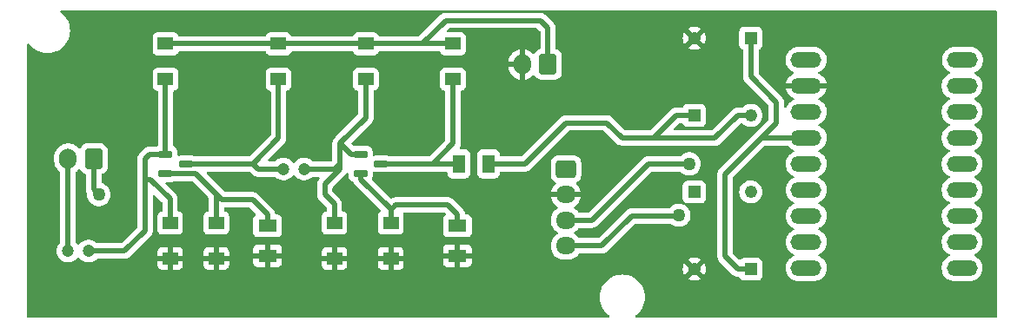
<source format=gtl>
G04 #@! TF.GenerationSoftware,KiCad,Pcbnew,8.0.9*
G04 #@! TF.CreationDate,2025-05-02T01:54:32-05:00*
G04 #@! TF.ProjectId,GSR sensor,47535220-7365-46e7-936f-722e6b696361,rev?*
G04 #@! TF.SameCoordinates,Original*
G04 #@! TF.FileFunction,Copper,L1,Top*
G04 #@! TF.FilePolarity,Positive*
%FSLAX46Y46*%
G04 Gerber Fmt 4.6, Leading zero omitted, Abs format (unit mm)*
G04 Created by KiCad (PCBNEW 8.0.9) date 2025-05-02 01:54:32*
%MOMM*%
%LPD*%
G01*
G04 APERTURE LIST*
G04 Aperture macros list*
%AMRoundRect*
0 Rectangle with rounded corners*
0 $1 Rounding radius*
0 $2 $3 $4 $5 $6 $7 $8 $9 X,Y pos of 4 corners*
0 Add a 4 corners polygon primitive as box body*
4,1,4,$2,$3,$4,$5,$6,$7,$8,$9,$2,$3,0*
0 Add four circle primitives for the rounded corners*
1,1,$1+$1,$2,$3*
1,1,$1+$1,$4,$5*
1,1,$1+$1,$6,$7*
1,1,$1+$1,$8,$9*
0 Add four rect primitives between the rounded corners*
20,1,$1+$1,$2,$3,$4,$5,0*
20,1,$1+$1,$4,$5,$6,$7,0*
20,1,$1+$1,$6,$7,$8,$9,0*
20,1,$1+$1,$8,$9,$2,$3,0*%
G04 Aperture macros list end*
G04 #@! TA.AperFunction,ComponentPad*
%ADD10C,1.238000*%
G04 #@! TD*
G04 #@! TA.AperFunction,ComponentPad*
%ADD11R,1.238000X1.238000*%
G04 #@! TD*
G04 #@! TA.AperFunction,SMDPad,CuDef*
%ADD12R,1.500000X1.250000*%
G04 #@! TD*
G04 #@! TA.AperFunction,SMDPad,CuDef*
%ADD13R,1.820000X1.210000*%
G04 #@! TD*
G04 #@! TA.AperFunction,ComponentPad*
%ADD14O,3.000000X1.520000*%
G04 #@! TD*
G04 #@! TA.AperFunction,ComponentPad*
%ADD15C,1.200000*%
G04 #@! TD*
G04 #@! TA.AperFunction,ComponentPad*
%ADD16RoundRect,0.250000X0.600000X0.750000X-0.600000X0.750000X-0.600000X-0.750000X0.600000X-0.750000X0*%
G04 #@! TD*
G04 #@! TA.AperFunction,ComponentPad*
%ADD17O,1.700000X2.000000*%
G04 #@! TD*
G04 #@! TA.AperFunction,SMDPad,CuDef*
%ADD18RoundRect,0.075000X-0.585000X-0.225000X0.585000X-0.225000X0.585000X0.225000X-0.585000X0.225000X0*%
G04 #@! TD*
G04 #@! TA.AperFunction,ComponentPad*
%ADD19RoundRect,0.250000X-0.725000X0.600000X-0.725000X-0.600000X0.725000X-0.600000X0.725000X0.600000X0*%
G04 #@! TD*
G04 #@! TA.AperFunction,ComponentPad*
%ADD20O,1.950000X1.700000*%
G04 #@! TD*
G04 #@! TA.AperFunction,SMDPad,CuDef*
%ADD21R,1.210000X1.820000*%
G04 #@! TD*
G04 #@! TA.AperFunction,ViaPad*
%ADD22C,1.270000*%
G04 #@! TD*
G04 #@! TA.AperFunction,Conductor*
%ADD23C,0.500000*%
G04 #@! TD*
G04 APERTURE END LIST*
D10*
X154000000Y-59731500D03*
D11*
X154000000Y-67268500D03*
D10*
X148500000Y-67268500D03*
D11*
X148500000Y-59731500D03*
D10*
X154000000Y-52268500D03*
D11*
X154000000Y-44731500D03*
D10*
X148500000Y-44731500D03*
D11*
X148500000Y-52268500D03*
D12*
X118938000Y-62775000D03*
X118938000Y-66225000D03*
D13*
X125438000Y-63050000D03*
X125438000Y-65950000D03*
D12*
X116500000Y-45275000D03*
X116500000Y-48725000D03*
X97438000Y-62775000D03*
X97438000Y-66225000D03*
X97000000Y-45275000D03*
X97000000Y-48725000D03*
D13*
X106938000Y-63050000D03*
X106938000Y-65950000D03*
D14*
X159381400Y-46839900D03*
X159398400Y-49379900D03*
X159398400Y-51919900D03*
X159398400Y-54459900D03*
X159398400Y-56999900D03*
X159398400Y-59539900D03*
X159398400Y-62079900D03*
X159398400Y-64619900D03*
X159398400Y-67159900D03*
X174584500Y-67159900D03*
X174584500Y-64619900D03*
X174584500Y-62079900D03*
X174584500Y-59539900D03*
X174584500Y-56999900D03*
X174584500Y-54459900D03*
X174584500Y-51919900D03*
X174584500Y-49379900D03*
X174618600Y-46839900D03*
D12*
X125000000Y-45275000D03*
X125000000Y-48725000D03*
D15*
X108500000Y-57500000D03*
X110500000Y-57500000D03*
D12*
X101938000Y-62775000D03*
X101938000Y-66225000D03*
D16*
X90000000Y-56500000D03*
D17*
X87500000Y-56500000D03*
D12*
X113438000Y-62775000D03*
X113438000Y-66225000D03*
D18*
X116000000Y-56050000D03*
X116000000Y-57950000D03*
X118000000Y-57000000D03*
X97000000Y-56050000D03*
X97000000Y-57950000D03*
X99000000Y-57000000D03*
D19*
X136000000Y-57500000D03*
D20*
X136000000Y-60000000D03*
X136000000Y-62500000D03*
X136000000Y-65000000D03*
D12*
X108000000Y-45275000D03*
X108000000Y-48725000D03*
D16*
X134250000Y-47300000D03*
D17*
X131750000Y-47300000D03*
D21*
X125550000Y-57000000D03*
X128450000Y-57000000D03*
D15*
X87500000Y-65500000D03*
X89500000Y-65500000D03*
D22*
X147000000Y-62000000D03*
X148000000Y-57000000D03*
X90500000Y-60000000D03*
D23*
X134250000Y-43750000D02*
X134250000Y-47300000D01*
X133500000Y-43000000D02*
X134250000Y-43750000D01*
X124275000Y-43000000D02*
X133500000Y-43000000D01*
X122000000Y-45275000D02*
X124275000Y-43000000D01*
X95500000Y-58500000D02*
X97438000Y-60438000D01*
X95000000Y-58500000D02*
X95500000Y-58500000D01*
X97438000Y-60438000D02*
X97438000Y-62775000D01*
X95000000Y-58500000D02*
X95000000Y-56500000D01*
X95000000Y-63500000D02*
X95000000Y-58500000D01*
X93000000Y-65500000D02*
X95000000Y-63500000D01*
X89500000Y-65500000D02*
X93000000Y-65500000D01*
X156500000Y-51000000D02*
X154000000Y-48500000D01*
X156500000Y-53000000D02*
X156500000Y-51000000D01*
X155040100Y-54459900D02*
X156500000Y-53000000D01*
X154000000Y-48500000D02*
X154000000Y-44731500D01*
X145000000Y-62079900D02*
X146920100Y-62079900D01*
X145000000Y-62079900D02*
X142420100Y-62079900D01*
X146920100Y-62079900D02*
X147000000Y-62000000D01*
X150500000Y-54500000D02*
X144580200Y-54500000D01*
X144580200Y-54500000D02*
X144540100Y-54459900D01*
X152731500Y-52268500D02*
X150500000Y-54500000D01*
X154000000Y-52268500D02*
X152731500Y-52268500D01*
X144000000Y-57000000D02*
X148000000Y-57000000D01*
X138500000Y-62500000D02*
X144000000Y-57000000D01*
X136000000Y-62500000D02*
X138500000Y-62500000D01*
X155040100Y-54459900D02*
X159398400Y-54459900D01*
X151500000Y-58000000D02*
X155040100Y-54459900D01*
X151500000Y-66000000D02*
X151500000Y-58000000D01*
X154000000Y-67268500D02*
X152768500Y-67268500D01*
X152768500Y-67268500D02*
X151500000Y-66000000D01*
X132000000Y-57000000D02*
X128450000Y-57000000D01*
X140000000Y-53000000D02*
X136000000Y-53000000D01*
X136000000Y-53000000D02*
X132000000Y-57000000D01*
X144540100Y-54459900D02*
X141459900Y-54459900D01*
X141459900Y-54459900D02*
X140000000Y-53000000D01*
X146731500Y-52268500D02*
X144540100Y-54459900D01*
X148500000Y-52268500D02*
X146731500Y-52268500D01*
X90000000Y-56500000D02*
X90000000Y-59500000D01*
X90000000Y-59500000D02*
X90500000Y-60000000D01*
X87500000Y-65500000D02*
X87500000Y-56500000D01*
X97275000Y-45275000D02*
X108000000Y-45275000D01*
X97000000Y-45000000D02*
X97275000Y-45275000D01*
X97000000Y-45275000D02*
X97000000Y-45000000D01*
X108000000Y-45275000D02*
X116500000Y-45275000D01*
X116500000Y-45275000D02*
X125000000Y-45275000D01*
X131750000Y-47300000D02*
X131700000Y-47300000D01*
X125163000Y-66225000D02*
X125438000Y-65950000D01*
X113163000Y-65950000D02*
X113438000Y-66225000D01*
X139500000Y-65000000D02*
X136000000Y-65000000D01*
X142420100Y-62079900D02*
X139500000Y-65000000D01*
X95000000Y-56500000D02*
X95450000Y-56050000D01*
X97000000Y-48725000D02*
X97000000Y-56050000D01*
X95450000Y-56050000D02*
X97000000Y-56050000D01*
X116500000Y-52500000D02*
X114000000Y-55000000D01*
X114000000Y-57500000D02*
X114000000Y-57000000D01*
X114000000Y-57000000D02*
X114000000Y-55000000D01*
X110500000Y-57500000D02*
X113500000Y-57500000D01*
X116500000Y-48725000D02*
X116500000Y-52500000D01*
X112500000Y-59000000D02*
X114000000Y-57500000D01*
X116000000Y-56050000D02*
X115050000Y-56050000D01*
X113500000Y-57500000D02*
X114000000Y-57000000D01*
X115050000Y-56050000D02*
X114000000Y-55000000D01*
X113438000Y-60938000D02*
X112500000Y-60000000D01*
X112500000Y-60000000D02*
X112500000Y-59000000D01*
X113438000Y-62775000D02*
X113438000Y-60938000D01*
X108500000Y-57500000D02*
X106000000Y-57500000D01*
X108000000Y-54500000D02*
X105500000Y-57000000D01*
X106000000Y-57500000D02*
X105500000Y-57000000D01*
X108000000Y-48725000D02*
X108000000Y-49000000D01*
X108000000Y-48725000D02*
X108000000Y-54500000D01*
X99000000Y-57000000D02*
X105500000Y-57000000D01*
X108000000Y-49000000D02*
X107922000Y-49078000D01*
X101938000Y-59938000D02*
X101938000Y-62775000D01*
X101825000Y-62775000D02*
X101938000Y-62775000D01*
X97000000Y-57950000D02*
X99950000Y-57950000D01*
X99950000Y-57950000D02*
X101938000Y-59938000D01*
X106938000Y-61938000D02*
X105500000Y-60500000D01*
X105500000Y-60500000D02*
X102500000Y-60500000D01*
X106938000Y-63050000D02*
X106938000Y-61938000D01*
X102500000Y-60500000D02*
X101938000Y-59938000D01*
X101938000Y-62775000D02*
X102213000Y-63050000D01*
X124500000Y-61000000D02*
X125438000Y-61938000D01*
X116000000Y-58500000D02*
X118938000Y-61438000D01*
X118938000Y-61438000D02*
X118938000Y-61500000D01*
X118938000Y-61500000D02*
X118938000Y-62775000D01*
X116000000Y-57950000D02*
X116000000Y-58500000D01*
X118938000Y-61500000D02*
X119438000Y-61000000D01*
X125438000Y-61938000D02*
X125438000Y-63050000D01*
X119438000Y-61000000D02*
X124500000Y-61000000D01*
X125000000Y-55000000D02*
X123000000Y-57000000D01*
X125000000Y-48725000D02*
X125000000Y-55000000D01*
X123000000Y-57000000D02*
X118000000Y-57000000D01*
X123000000Y-57000000D02*
X125550000Y-57000000D01*
G04 #@! TA.AperFunction,Conductor*
G36*
X177942539Y-42020185D02*
G01*
X177988294Y-42072989D01*
X177999500Y-42124500D01*
X177999500Y-71875500D01*
X177979815Y-71942539D01*
X177927011Y-71988294D01*
X177875500Y-71999500D01*
X142877106Y-71999500D01*
X142810067Y-71979815D01*
X142764312Y-71927011D01*
X142754368Y-71857853D01*
X142783393Y-71794297D01*
X142808215Y-71772398D01*
X142842455Y-71749519D01*
X143059327Y-71559327D01*
X143249520Y-71342454D01*
X143409778Y-71102611D01*
X143537359Y-70843902D01*
X143630081Y-70570753D01*
X143686356Y-70287839D01*
X143705222Y-70000000D01*
X143686356Y-69712161D01*
X143630081Y-69429247D01*
X143537359Y-69156098D01*
X143409778Y-68897389D01*
X143249520Y-68657546D01*
X143059327Y-68440672D01*
X142842452Y-68250478D01*
X142602613Y-68090223D01*
X142602606Y-68090219D01*
X142343905Y-67962642D01*
X142070760Y-67869921D01*
X142070754Y-67869919D01*
X142070753Y-67869919D01*
X142070751Y-67869918D01*
X142070745Y-67869917D01*
X141787849Y-67813646D01*
X141787839Y-67813644D01*
X141500000Y-67794778D01*
X141212161Y-67813644D01*
X141212155Y-67813645D01*
X141212150Y-67813646D01*
X140929254Y-67869917D01*
X140929239Y-67869921D01*
X140656094Y-67962642D01*
X140397393Y-68090219D01*
X140397386Y-68090223D01*
X140157547Y-68250478D01*
X139940672Y-68440672D01*
X139750478Y-68657547D01*
X139590223Y-68897386D01*
X139590219Y-68897393D01*
X139462642Y-69156094D01*
X139369921Y-69429239D01*
X139369917Y-69429254D01*
X139313646Y-69712150D01*
X139313644Y-69712162D01*
X139294778Y-70000000D01*
X139313644Y-70287837D01*
X139313646Y-70287849D01*
X139369917Y-70570745D01*
X139369921Y-70570760D01*
X139462642Y-70843905D01*
X139590219Y-71102606D01*
X139590223Y-71102613D01*
X139750478Y-71342452D01*
X139940672Y-71559327D01*
X140157544Y-71749519D01*
X140191785Y-71772398D01*
X140236590Y-71826010D01*
X140245297Y-71895335D01*
X140215142Y-71958363D01*
X140155699Y-71995082D01*
X140122894Y-71999500D01*
X83624500Y-71999500D01*
X83557461Y-71979815D01*
X83511706Y-71927011D01*
X83500500Y-71875500D01*
X83500500Y-66897844D01*
X96188000Y-66897844D01*
X96194401Y-66957372D01*
X96194403Y-66957379D01*
X96244645Y-67092086D01*
X96244649Y-67092093D01*
X96330809Y-67207187D01*
X96330812Y-67207190D01*
X96445906Y-67293350D01*
X96445913Y-67293354D01*
X96580620Y-67343596D01*
X96580627Y-67343598D01*
X96640155Y-67349999D01*
X96640172Y-67350000D01*
X97188000Y-67350000D01*
X97688000Y-67350000D01*
X98235828Y-67350000D01*
X98235844Y-67349999D01*
X98295372Y-67343598D01*
X98295379Y-67343596D01*
X98430086Y-67293354D01*
X98430093Y-67293350D01*
X98545187Y-67207190D01*
X98545190Y-67207187D01*
X98631350Y-67092093D01*
X98631354Y-67092086D01*
X98681596Y-66957379D01*
X98681598Y-66957372D01*
X98687999Y-66897844D01*
X100688000Y-66897844D01*
X100694401Y-66957372D01*
X100694403Y-66957379D01*
X100744645Y-67092086D01*
X100744649Y-67092093D01*
X100830809Y-67207187D01*
X100830812Y-67207190D01*
X100945906Y-67293350D01*
X100945913Y-67293354D01*
X101080620Y-67343596D01*
X101080627Y-67343598D01*
X101140155Y-67349999D01*
X101140172Y-67350000D01*
X101688000Y-67350000D01*
X102188000Y-67350000D01*
X102735828Y-67350000D01*
X102735844Y-67349999D01*
X102795372Y-67343598D01*
X102795379Y-67343596D01*
X102930086Y-67293354D01*
X102930093Y-67293350D01*
X103045187Y-67207190D01*
X103045190Y-67207187D01*
X103131350Y-67092093D01*
X103131354Y-67092086D01*
X103181596Y-66957379D01*
X103181598Y-66957372D01*
X103187999Y-66897844D01*
X103188000Y-66897827D01*
X103188000Y-66602844D01*
X105528000Y-66602844D01*
X105534401Y-66662372D01*
X105534403Y-66662379D01*
X105584645Y-66797086D01*
X105584649Y-66797093D01*
X105670809Y-66912187D01*
X105670812Y-66912190D01*
X105785906Y-66998350D01*
X105785913Y-66998354D01*
X105920620Y-67048596D01*
X105920627Y-67048598D01*
X105980155Y-67054999D01*
X105980172Y-67055000D01*
X106688000Y-67055000D01*
X107188000Y-67055000D01*
X107895828Y-67055000D01*
X107895844Y-67054999D01*
X107955372Y-67048598D01*
X107955379Y-67048596D01*
X108090086Y-66998354D01*
X108090093Y-66998350D01*
X108205187Y-66912190D01*
X108205190Y-66912187D01*
X108215927Y-66897844D01*
X112188000Y-66897844D01*
X112194401Y-66957372D01*
X112194403Y-66957379D01*
X112244645Y-67092086D01*
X112244649Y-67092093D01*
X112330809Y-67207187D01*
X112330812Y-67207190D01*
X112445906Y-67293350D01*
X112445913Y-67293354D01*
X112580620Y-67343596D01*
X112580627Y-67343598D01*
X112640155Y-67349999D01*
X112640172Y-67350000D01*
X113188000Y-67350000D01*
X113688000Y-67350000D01*
X114235828Y-67350000D01*
X114235844Y-67349999D01*
X114295372Y-67343598D01*
X114295379Y-67343596D01*
X114430086Y-67293354D01*
X114430093Y-67293350D01*
X114545187Y-67207190D01*
X114545190Y-67207187D01*
X114631350Y-67092093D01*
X114631354Y-67092086D01*
X114681596Y-66957379D01*
X114681598Y-66957372D01*
X114687999Y-66897844D01*
X117688000Y-66897844D01*
X117694401Y-66957372D01*
X117694403Y-66957379D01*
X117744645Y-67092086D01*
X117744649Y-67092093D01*
X117830809Y-67207187D01*
X117830812Y-67207190D01*
X117945906Y-67293350D01*
X117945913Y-67293354D01*
X118080620Y-67343596D01*
X118080627Y-67343598D01*
X118140155Y-67349999D01*
X118140172Y-67350000D01*
X118688000Y-67350000D01*
X119188000Y-67350000D01*
X119735828Y-67350000D01*
X119735844Y-67349999D01*
X119795372Y-67343598D01*
X119795379Y-67343596D01*
X119930086Y-67293354D01*
X119930093Y-67293350D01*
X119963289Y-67268499D01*
X147376206Y-67268499D01*
X147376206Y-67268500D01*
X147395340Y-67474992D01*
X147452094Y-67674464D01*
X147544529Y-67860098D01*
X147544532Y-67860102D01*
X147548968Y-67865976D01*
X147548970Y-67865976D01*
X148135000Y-67279946D01*
X148135000Y-67316553D01*
X148159874Y-67409385D01*
X148207927Y-67492616D01*
X148275884Y-67560573D01*
X148359115Y-67608626D01*
X148451947Y-67633500D01*
X148488553Y-67633500D01*
X147905509Y-68216541D01*
X147905510Y-68216542D01*
X147999078Y-68274477D01*
X147999084Y-68274479D01*
X148192460Y-68349393D01*
X148396311Y-68387500D01*
X148603689Y-68387500D01*
X148807538Y-68349393D01*
X148807539Y-68349393D01*
X149000917Y-68274479D01*
X149000918Y-68274478D01*
X149094489Y-68216541D01*
X148511448Y-67633500D01*
X148548053Y-67633500D01*
X148640885Y-67608626D01*
X148724116Y-67560573D01*
X148792073Y-67492616D01*
X148840126Y-67409385D01*
X148865000Y-67316553D01*
X148865000Y-67279947D01*
X149451029Y-67865976D01*
X149451030Y-67865976D01*
X149455465Y-67860106D01*
X149547905Y-67674464D01*
X149604659Y-67474992D01*
X149623794Y-67268500D01*
X149623794Y-67268499D01*
X149604659Y-67062007D01*
X149547905Y-66862535D01*
X149455467Y-66676897D01*
X149451029Y-66671022D01*
X148865000Y-67257051D01*
X148865000Y-67220447D01*
X148840126Y-67127615D01*
X148792073Y-67044384D01*
X148724116Y-66976427D01*
X148640885Y-66928374D01*
X148548053Y-66903500D01*
X148511447Y-66903500D01*
X149094489Y-66320457D01*
X149094488Y-66320456D01*
X149000921Y-66262523D01*
X149000915Y-66262520D01*
X148807539Y-66187606D01*
X148603689Y-66149500D01*
X148396311Y-66149500D01*
X148192461Y-66187606D01*
X148192460Y-66187606D01*
X147999084Y-66262520D01*
X147999081Y-66262521D01*
X147905509Y-66320457D01*
X148488554Y-66903500D01*
X148451947Y-66903500D01*
X148359115Y-66928374D01*
X148275884Y-66976427D01*
X148207927Y-67044384D01*
X148159874Y-67127615D01*
X148135000Y-67220447D01*
X148135000Y-67257052D01*
X147548969Y-66671021D01*
X147548968Y-66671021D01*
X147544533Y-66676894D01*
X147452094Y-66862535D01*
X147395340Y-67062007D01*
X147376206Y-67268499D01*
X119963289Y-67268499D01*
X120045187Y-67207190D01*
X120045190Y-67207187D01*
X120131350Y-67092093D01*
X120131354Y-67092086D01*
X120181596Y-66957379D01*
X120181598Y-66957372D01*
X120187999Y-66897844D01*
X120188000Y-66897827D01*
X120188000Y-66602844D01*
X124028000Y-66602844D01*
X124034401Y-66662372D01*
X124034403Y-66662379D01*
X124084645Y-66797086D01*
X124084649Y-66797093D01*
X124170809Y-66912187D01*
X124170812Y-66912190D01*
X124285906Y-66998350D01*
X124285913Y-66998354D01*
X124420620Y-67048596D01*
X124420627Y-67048598D01*
X124480155Y-67054999D01*
X124480172Y-67055000D01*
X125188000Y-67055000D01*
X125688000Y-67055000D01*
X126395828Y-67055000D01*
X126395844Y-67054999D01*
X126455372Y-67048598D01*
X126455379Y-67048596D01*
X126590086Y-66998354D01*
X126590093Y-66998350D01*
X126705187Y-66912190D01*
X126705190Y-66912187D01*
X126791350Y-66797093D01*
X126791354Y-66797086D01*
X126841596Y-66662379D01*
X126841598Y-66662372D01*
X126847999Y-66602844D01*
X126848000Y-66602827D01*
X126848000Y-66200000D01*
X125688000Y-66200000D01*
X125688000Y-67055000D01*
X125188000Y-67055000D01*
X125188000Y-66200000D01*
X124028000Y-66200000D01*
X124028000Y-66602844D01*
X120188000Y-66602844D01*
X120188000Y-66475000D01*
X119188000Y-66475000D01*
X119188000Y-67350000D01*
X118688000Y-67350000D01*
X118688000Y-66475000D01*
X117688000Y-66475000D01*
X117688000Y-66897844D01*
X114687999Y-66897844D01*
X114688000Y-66897827D01*
X114688000Y-66475000D01*
X113688000Y-66475000D01*
X113688000Y-67350000D01*
X113188000Y-67350000D01*
X113188000Y-66475000D01*
X112188000Y-66475000D01*
X112188000Y-66897844D01*
X108215927Y-66897844D01*
X108291350Y-66797093D01*
X108291354Y-66797086D01*
X108341596Y-66662379D01*
X108341598Y-66662372D01*
X108347999Y-66602844D01*
X108348000Y-66602827D01*
X108348000Y-66200000D01*
X107188000Y-66200000D01*
X107188000Y-67055000D01*
X106688000Y-67055000D01*
X106688000Y-66200000D01*
X105528000Y-66200000D01*
X105528000Y-66602844D01*
X103188000Y-66602844D01*
X103188000Y-66475000D01*
X102188000Y-66475000D01*
X102188000Y-67350000D01*
X101688000Y-67350000D01*
X101688000Y-66475000D01*
X100688000Y-66475000D01*
X100688000Y-66897844D01*
X98687999Y-66897844D01*
X98688000Y-66897827D01*
X98688000Y-66475000D01*
X97688000Y-66475000D01*
X97688000Y-67350000D01*
X97188000Y-67350000D01*
X97188000Y-66475000D01*
X96188000Y-66475000D01*
X96188000Y-66897844D01*
X83500500Y-66897844D01*
X83500500Y-56243713D01*
X86149500Y-56243713D01*
X86149500Y-56756287D01*
X86155462Y-56793929D01*
X86182296Y-56963355D01*
X86182754Y-56966243D01*
X86245574Y-57159583D01*
X86248444Y-57168414D01*
X86344951Y-57357820D01*
X86469890Y-57529786D01*
X86469896Y-57529792D01*
X86620208Y-57680104D01*
X86698384Y-57736902D01*
X86741051Y-57792231D01*
X86749500Y-57837220D01*
X86749500Y-64640261D01*
X86729815Y-64707300D01*
X86709040Y-64731897D01*
X86683235Y-64755421D01*
X86560327Y-64918178D01*
X86469422Y-65100739D01*
X86469417Y-65100752D01*
X86413602Y-65296917D01*
X86394785Y-65499999D01*
X86394785Y-65500000D01*
X86413602Y-65703082D01*
X86469417Y-65899247D01*
X86469422Y-65899260D01*
X86560327Y-66081821D01*
X86683237Y-66244581D01*
X86833958Y-66381980D01*
X86833960Y-66381982D01*
X86867904Y-66402999D01*
X87007363Y-66489348D01*
X87197544Y-66563024D01*
X87398024Y-66600500D01*
X87398026Y-66600500D01*
X87601974Y-66600500D01*
X87601976Y-66600500D01*
X87802456Y-66563024D01*
X87992637Y-66489348D01*
X88166041Y-66381981D01*
X88308354Y-66252246D01*
X88316762Y-66244581D01*
X88334075Y-66221656D01*
X88401046Y-66132970D01*
X88457155Y-66091335D01*
X88526867Y-66086644D01*
X88588049Y-66120386D01*
X88598951Y-66132967D01*
X88615628Y-66155051D01*
X88683237Y-66244581D01*
X88833958Y-66381980D01*
X88833960Y-66381982D01*
X88867904Y-66402999D01*
X89007363Y-66489348D01*
X89197544Y-66563024D01*
X89398024Y-66600500D01*
X89398026Y-66600500D01*
X89601974Y-66600500D01*
X89601976Y-66600500D01*
X89802456Y-66563024D01*
X89992637Y-66489348D01*
X90166041Y-66381981D01*
X90258967Y-66297268D01*
X90274769Y-66282863D01*
X90337573Y-66252246D01*
X90358307Y-66250500D01*
X93073920Y-66250500D01*
X93171462Y-66231096D01*
X93218913Y-66221658D01*
X93355495Y-66165084D01*
X93420291Y-66121789D01*
X93420294Y-66121786D01*
X93420296Y-66121786D01*
X93449547Y-66102240D01*
X93478416Y-66082952D01*
X94009213Y-65552155D01*
X96188000Y-65552155D01*
X96188000Y-65975000D01*
X97188000Y-65975000D01*
X97688000Y-65975000D01*
X98688000Y-65975000D01*
X98688000Y-65552172D01*
X98687999Y-65552155D01*
X100688000Y-65552155D01*
X100688000Y-65975000D01*
X101688000Y-65975000D01*
X102188000Y-65975000D01*
X103188000Y-65975000D01*
X103188000Y-65552172D01*
X103187999Y-65552155D01*
X103181598Y-65492627D01*
X103181596Y-65492620D01*
X103131354Y-65357913D01*
X103131350Y-65357906D01*
X103085871Y-65297155D01*
X105528000Y-65297155D01*
X105528000Y-65700000D01*
X106688000Y-65700000D01*
X107188000Y-65700000D01*
X108348000Y-65700000D01*
X108348000Y-65552155D01*
X112188000Y-65552155D01*
X112188000Y-65975000D01*
X113188000Y-65975000D01*
X113688000Y-65975000D01*
X114688000Y-65975000D01*
X114688000Y-65552172D01*
X114687999Y-65552155D01*
X117688000Y-65552155D01*
X117688000Y-65975000D01*
X118688000Y-65975000D01*
X119188000Y-65975000D01*
X120188000Y-65975000D01*
X120188000Y-65552172D01*
X120187999Y-65552155D01*
X120181598Y-65492627D01*
X120181596Y-65492620D01*
X120131354Y-65357913D01*
X120131350Y-65357906D01*
X120085871Y-65297155D01*
X124028000Y-65297155D01*
X124028000Y-65700000D01*
X125188000Y-65700000D01*
X125688000Y-65700000D01*
X126848000Y-65700000D01*
X126848000Y-65297172D01*
X126847999Y-65297155D01*
X126841598Y-65237627D01*
X126841596Y-65237620D01*
X126791354Y-65102913D01*
X126791350Y-65102906D01*
X126705190Y-64987812D01*
X126705187Y-64987809D01*
X126590093Y-64901649D01*
X126590086Y-64901645D01*
X126455379Y-64851403D01*
X126455372Y-64851401D01*
X126395844Y-64845000D01*
X125688000Y-64845000D01*
X125688000Y-65700000D01*
X125188000Y-65700000D01*
X125188000Y-64845000D01*
X124480155Y-64845000D01*
X124420627Y-64851401D01*
X124420620Y-64851403D01*
X124285913Y-64901645D01*
X124285906Y-64901649D01*
X124170812Y-64987809D01*
X124170809Y-64987812D01*
X124084649Y-65102906D01*
X124084645Y-65102913D01*
X124034403Y-65237620D01*
X124034401Y-65237627D01*
X124028000Y-65297155D01*
X120085871Y-65297155D01*
X120045190Y-65242812D01*
X120045187Y-65242809D01*
X119930093Y-65156649D01*
X119930086Y-65156645D01*
X119795379Y-65106403D01*
X119795372Y-65106401D01*
X119735844Y-65100000D01*
X119188000Y-65100000D01*
X119188000Y-65975000D01*
X118688000Y-65975000D01*
X118688000Y-65100000D01*
X118140155Y-65100000D01*
X118080627Y-65106401D01*
X118080620Y-65106403D01*
X117945913Y-65156645D01*
X117945906Y-65156649D01*
X117830812Y-65242809D01*
X117830809Y-65242812D01*
X117744649Y-65357906D01*
X117744645Y-65357913D01*
X117694403Y-65492620D01*
X117694401Y-65492627D01*
X117688000Y-65552155D01*
X114687999Y-65552155D01*
X114681598Y-65492627D01*
X114681596Y-65492620D01*
X114631354Y-65357913D01*
X114631350Y-65357906D01*
X114545190Y-65242812D01*
X114545187Y-65242809D01*
X114430093Y-65156649D01*
X114430086Y-65156645D01*
X114295379Y-65106403D01*
X114295372Y-65106401D01*
X114235844Y-65100000D01*
X113688000Y-65100000D01*
X113688000Y-65975000D01*
X113188000Y-65975000D01*
X113188000Y-65100000D01*
X112640155Y-65100000D01*
X112580627Y-65106401D01*
X112580620Y-65106403D01*
X112445913Y-65156645D01*
X112445906Y-65156649D01*
X112330812Y-65242809D01*
X112330809Y-65242812D01*
X112244649Y-65357906D01*
X112244645Y-65357913D01*
X112194403Y-65492620D01*
X112194401Y-65492627D01*
X112188000Y-65552155D01*
X108348000Y-65552155D01*
X108348000Y-65297172D01*
X108347999Y-65297155D01*
X108341598Y-65237627D01*
X108341596Y-65237620D01*
X108291354Y-65102913D01*
X108291350Y-65102906D01*
X108205190Y-64987812D01*
X108205187Y-64987809D01*
X108090093Y-64901649D01*
X108090086Y-64901645D01*
X107955379Y-64851403D01*
X107955372Y-64851401D01*
X107895844Y-64845000D01*
X107188000Y-64845000D01*
X107188000Y-65700000D01*
X106688000Y-65700000D01*
X106688000Y-64845000D01*
X105980155Y-64845000D01*
X105920627Y-64851401D01*
X105920620Y-64851403D01*
X105785913Y-64901645D01*
X105785906Y-64901649D01*
X105670812Y-64987809D01*
X105670809Y-64987812D01*
X105584649Y-65102906D01*
X105584645Y-65102913D01*
X105534403Y-65237620D01*
X105534401Y-65237627D01*
X105528000Y-65297155D01*
X103085871Y-65297155D01*
X103045190Y-65242812D01*
X103045187Y-65242809D01*
X102930093Y-65156649D01*
X102930086Y-65156645D01*
X102795379Y-65106403D01*
X102795372Y-65106401D01*
X102735844Y-65100000D01*
X102188000Y-65100000D01*
X102188000Y-65975000D01*
X101688000Y-65975000D01*
X101688000Y-65100000D01*
X101140155Y-65100000D01*
X101080627Y-65106401D01*
X101080620Y-65106403D01*
X100945913Y-65156645D01*
X100945906Y-65156649D01*
X100830812Y-65242809D01*
X100830809Y-65242812D01*
X100744649Y-65357906D01*
X100744645Y-65357913D01*
X100694403Y-65492620D01*
X100694401Y-65492627D01*
X100688000Y-65552155D01*
X98687999Y-65552155D01*
X98681598Y-65492627D01*
X98681596Y-65492620D01*
X98631354Y-65357913D01*
X98631350Y-65357906D01*
X98545190Y-65242812D01*
X98545187Y-65242809D01*
X98430093Y-65156649D01*
X98430086Y-65156645D01*
X98295379Y-65106403D01*
X98295372Y-65106401D01*
X98235844Y-65100000D01*
X97688000Y-65100000D01*
X97688000Y-65975000D01*
X97188000Y-65975000D01*
X97188000Y-65100000D01*
X96640155Y-65100000D01*
X96580627Y-65106401D01*
X96580620Y-65106403D01*
X96445913Y-65156645D01*
X96445906Y-65156649D01*
X96330812Y-65242809D01*
X96330809Y-65242812D01*
X96244649Y-65357906D01*
X96244645Y-65357913D01*
X96194403Y-65492620D01*
X96194401Y-65492627D01*
X96188000Y-65552155D01*
X94009213Y-65552155D01*
X95582951Y-63978416D01*
X95595755Y-63959254D01*
X95665084Y-63855495D01*
X95667229Y-63850318D01*
X95705656Y-63757546D01*
X95721658Y-63718913D01*
X95735429Y-63649682D01*
X95750500Y-63573920D01*
X95750500Y-60111230D01*
X95770185Y-60044191D01*
X95822989Y-59998436D01*
X95892147Y-59988492D01*
X95955703Y-60017517D01*
X95962181Y-60023549D01*
X96651181Y-60712549D01*
X96684666Y-60773872D01*
X96687500Y-60800230D01*
X96687500Y-61533023D01*
X96667815Y-61600062D01*
X96615011Y-61645817D01*
X96587865Y-61653266D01*
X96588068Y-61654124D01*
X96580520Y-61655907D01*
X96445671Y-61706202D01*
X96445664Y-61706206D01*
X96330455Y-61792452D01*
X96330452Y-61792455D01*
X96244206Y-61907664D01*
X96244202Y-61907671D01*
X96193908Y-62042517D01*
X96189077Y-62087455D01*
X96187501Y-62102123D01*
X96187500Y-62102135D01*
X96187500Y-63447870D01*
X96187501Y-63447876D01*
X96193908Y-63507483D01*
X96244202Y-63642328D01*
X96244206Y-63642335D01*
X96330452Y-63757544D01*
X96330455Y-63757547D01*
X96445664Y-63843793D01*
X96445671Y-63843797D01*
X96580517Y-63894091D01*
X96580516Y-63894091D01*
X96587444Y-63894835D01*
X96640127Y-63900500D01*
X98235872Y-63900499D01*
X98295483Y-63894091D01*
X98430331Y-63843796D01*
X98545546Y-63757546D01*
X98631796Y-63642331D01*
X98682091Y-63507483D01*
X98688500Y-63447873D01*
X98688499Y-62102128D01*
X98682091Y-62042517D01*
X98666682Y-62001204D01*
X98631797Y-61907671D01*
X98631793Y-61907664D01*
X98545547Y-61792455D01*
X98545544Y-61792452D01*
X98430335Y-61706206D01*
X98430328Y-61706202D01*
X98295482Y-61655908D01*
X98287938Y-61654126D01*
X98288474Y-61651853D01*
X98234688Y-61629571D01*
X98194843Y-61572177D01*
X98188500Y-61533024D01*
X98188500Y-60364079D01*
X98159659Y-60219092D01*
X98159658Y-60219091D01*
X98159658Y-60219087D01*
X98159586Y-60218913D01*
X98103087Y-60082511D01*
X98103085Y-60082507D01*
X98103084Y-60082505D01*
X98062378Y-60021584D01*
X98059661Y-60017517D01*
X98020956Y-59959589D01*
X98020952Y-59959584D01*
X97023549Y-58962181D01*
X96990064Y-58900858D01*
X96995048Y-58831166D01*
X97036920Y-58775233D01*
X97102384Y-58750816D01*
X97111230Y-58750500D01*
X97622713Y-58750500D01*
X97622720Y-58750500D01*
X97735236Y-58735687D01*
X97797396Y-58709938D01*
X97844849Y-58700500D01*
X99587770Y-58700500D01*
X99654809Y-58720185D01*
X99675451Y-58736819D01*
X101151181Y-60212548D01*
X101184666Y-60273871D01*
X101187500Y-60300229D01*
X101187500Y-61533023D01*
X101167815Y-61600062D01*
X101115011Y-61645817D01*
X101087865Y-61653266D01*
X101088068Y-61654124D01*
X101080520Y-61655907D01*
X100945671Y-61706202D01*
X100945664Y-61706206D01*
X100830455Y-61792452D01*
X100830452Y-61792455D01*
X100744206Y-61907664D01*
X100744202Y-61907671D01*
X100693908Y-62042517D01*
X100689077Y-62087455D01*
X100687501Y-62102123D01*
X100687500Y-62102135D01*
X100687500Y-63447870D01*
X100687501Y-63447876D01*
X100693908Y-63507483D01*
X100744202Y-63642328D01*
X100744206Y-63642335D01*
X100830452Y-63757544D01*
X100830455Y-63757547D01*
X100945664Y-63843793D01*
X100945671Y-63843797D01*
X101080517Y-63894091D01*
X101080516Y-63894091D01*
X101087444Y-63894835D01*
X101140127Y-63900500D01*
X102735872Y-63900499D01*
X102795483Y-63894091D01*
X102930331Y-63843796D01*
X103045546Y-63757546D01*
X103131796Y-63642331D01*
X103182091Y-63507483D01*
X103188500Y-63447873D01*
X103188499Y-62102128D01*
X103182091Y-62042517D01*
X103166682Y-62001204D01*
X103131797Y-61907671D01*
X103131793Y-61907664D01*
X103045547Y-61792455D01*
X103045544Y-61792452D01*
X102930335Y-61706206D01*
X102930328Y-61706202D01*
X102795482Y-61655908D01*
X102787938Y-61654126D01*
X102788474Y-61651853D01*
X102734688Y-61629571D01*
X102694843Y-61572177D01*
X102688500Y-61533024D01*
X102688500Y-61374500D01*
X102708185Y-61307461D01*
X102760989Y-61261706D01*
X102812500Y-61250500D01*
X105137770Y-61250500D01*
X105204809Y-61270185D01*
X105225451Y-61286819D01*
X105538694Y-61600062D01*
X105772646Y-61834013D01*
X105806131Y-61895336D01*
X105801147Y-61965027D01*
X105759277Y-62020960D01*
X105670452Y-62087455D01*
X105584206Y-62202664D01*
X105584202Y-62202671D01*
X105533908Y-62337517D01*
X105527867Y-62393713D01*
X105527501Y-62397123D01*
X105527500Y-62397135D01*
X105527500Y-63702870D01*
X105527501Y-63702876D01*
X105533908Y-63762483D01*
X105584202Y-63897328D01*
X105584206Y-63897335D01*
X105670452Y-64012544D01*
X105670455Y-64012547D01*
X105785664Y-64098793D01*
X105785671Y-64098797D01*
X105920517Y-64149091D01*
X105920516Y-64149091D01*
X105927444Y-64149835D01*
X105980127Y-64155500D01*
X107895872Y-64155499D01*
X107955483Y-64149091D01*
X108090331Y-64098796D01*
X108205546Y-64012546D01*
X108291796Y-63897331D01*
X108342091Y-63762483D01*
X108348500Y-63702873D01*
X108348499Y-62397128D01*
X108342091Y-62337517D01*
X108294359Y-62209542D01*
X108291797Y-62202671D01*
X108291793Y-62202664D01*
X108205547Y-62087455D01*
X108205544Y-62087452D01*
X108090335Y-62001206D01*
X108090328Y-62001202D01*
X107955482Y-61950908D01*
X107955483Y-61950908D01*
X107895883Y-61944501D01*
X107895881Y-61944500D01*
X107895873Y-61944500D01*
X107895865Y-61944500D01*
X107806260Y-61944500D01*
X107739221Y-61924815D01*
X107693466Y-61872011D01*
X107684643Y-61844691D01*
X107666470Y-61753334D01*
X107659658Y-61719087D01*
X107633489Y-61655909D01*
X107603087Y-61582511D01*
X107603080Y-61582498D01*
X107520952Y-61459585D01*
X107476180Y-61414813D01*
X107416416Y-61355049D01*
X107060464Y-60999097D01*
X105978421Y-59917052D01*
X105978414Y-59917046D01*
X105904729Y-59867812D01*
X105904729Y-59867813D01*
X105855491Y-59834913D01*
X105718917Y-59778343D01*
X105718907Y-59778340D01*
X105573920Y-59749500D01*
X105573918Y-59749500D01*
X102862230Y-59749500D01*
X102795191Y-59729815D01*
X102774549Y-59713181D01*
X102412097Y-59350728D01*
X102412074Y-59350707D01*
X101023549Y-57962181D01*
X100990064Y-57900858D01*
X100995048Y-57831166D01*
X101036920Y-57775233D01*
X101102384Y-57750816D01*
X101111230Y-57750500D01*
X105137770Y-57750500D01*
X105204809Y-57770185D01*
X105225451Y-57786819D01*
X105521578Y-58082947D01*
X105521585Y-58082953D01*
X105579704Y-58121786D01*
X105579706Y-58121787D01*
X105579709Y-58121789D01*
X105644505Y-58165084D01*
X105644506Y-58165084D01*
X105644507Y-58165085D01*
X105781082Y-58221656D01*
X105781087Y-58221658D01*
X105781091Y-58221658D01*
X105781092Y-58221659D01*
X105926079Y-58250500D01*
X105926082Y-58250500D01*
X105926083Y-58250500D01*
X106073918Y-58250500D01*
X107641693Y-58250500D01*
X107708732Y-58270185D01*
X107725231Y-58282863D01*
X107833958Y-58381980D01*
X107833960Y-58381982D01*
X107905185Y-58426082D01*
X108007363Y-58489348D01*
X108197544Y-58563024D01*
X108398024Y-58600500D01*
X108398026Y-58600500D01*
X108601974Y-58600500D01*
X108601976Y-58600500D01*
X108802456Y-58563024D01*
X108992637Y-58489348D01*
X109166041Y-58381981D01*
X109307750Y-58252796D01*
X109316762Y-58244581D01*
X109328255Y-58229363D01*
X109401046Y-58132970D01*
X109457155Y-58091335D01*
X109526867Y-58086644D01*
X109588049Y-58120386D01*
X109598951Y-58132967D01*
X109613574Y-58152331D01*
X109683237Y-58244581D01*
X109833958Y-58381980D01*
X109833960Y-58381982D01*
X109905185Y-58426082D01*
X110007363Y-58489348D01*
X110197544Y-58563024D01*
X110398024Y-58600500D01*
X110398026Y-58600500D01*
X110601974Y-58600500D01*
X110601976Y-58600500D01*
X110802456Y-58563024D01*
X110992637Y-58489348D01*
X111166041Y-58381981D01*
X111237486Y-58316850D01*
X111274769Y-58282863D01*
X111337573Y-58252246D01*
X111358307Y-58250500D01*
X111888769Y-58250500D01*
X111955808Y-58270185D01*
X112001563Y-58322989D01*
X112011507Y-58392147D01*
X111982482Y-58455703D01*
X111976450Y-58462181D01*
X111917050Y-58521580D01*
X111917044Y-58521588D01*
X111867812Y-58595268D01*
X111867813Y-58595269D01*
X111834921Y-58644496D01*
X111834914Y-58644508D01*
X111778342Y-58781086D01*
X111778340Y-58781092D01*
X111749500Y-58926079D01*
X111749500Y-58926082D01*
X111749500Y-60073918D01*
X111749500Y-60073920D01*
X111749499Y-60073920D01*
X111778340Y-60218907D01*
X111778343Y-60218917D01*
X111834914Y-60355492D01*
X111863565Y-60398371D01*
X111863566Y-60398374D01*
X111917046Y-60478414D01*
X111917052Y-60478421D01*
X112651181Y-61212548D01*
X112684666Y-61273871D01*
X112687500Y-61300229D01*
X112687500Y-61533023D01*
X112667815Y-61600062D01*
X112615011Y-61645817D01*
X112587865Y-61653266D01*
X112588068Y-61654124D01*
X112580520Y-61655907D01*
X112445671Y-61706202D01*
X112445664Y-61706206D01*
X112330455Y-61792452D01*
X112330452Y-61792455D01*
X112244206Y-61907664D01*
X112244202Y-61907671D01*
X112193908Y-62042517D01*
X112189077Y-62087455D01*
X112187501Y-62102123D01*
X112187500Y-62102135D01*
X112187500Y-63447870D01*
X112187501Y-63447876D01*
X112193908Y-63507483D01*
X112244202Y-63642328D01*
X112244206Y-63642335D01*
X112330452Y-63757544D01*
X112330455Y-63757547D01*
X112445664Y-63843793D01*
X112445671Y-63843797D01*
X112580517Y-63894091D01*
X112580516Y-63894091D01*
X112587444Y-63894835D01*
X112640127Y-63900500D01*
X114235872Y-63900499D01*
X114295483Y-63894091D01*
X114430331Y-63843796D01*
X114545546Y-63757546D01*
X114631796Y-63642331D01*
X114682091Y-63507483D01*
X114688500Y-63447873D01*
X114688499Y-62102128D01*
X114682091Y-62042517D01*
X114666682Y-62001204D01*
X114631797Y-61907671D01*
X114631793Y-61907664D01*
X114545547Y-61792455D01*
X114545544Y-61792452D01*
X114430335Y-61706206D01*
X114430328Y-61706202D01*
X114295482Y-61655908D01*
X114287938Y-61654126D01*
X114288474Y-61651853D01*
X114234688Y-61629571D01*
X114194843Y-61572177D01*
X114188500Y-61533024D01*
X114188500Y-60864079D01*
X114159659Y-60719092D01*
X114159658Y-60719091D01*
X114159658Y-60719087D01*
X114151510Y-60699415D01*
X114103087Y-60582511D01*
X114103080Y-60582498D01*
X114020952Y-60459585D01*
X113970872Y-60409505D01*
X113916416Y-60355049D01*
X113605558Y-60044191D01*
X113286819Y-59725451D01*
X113253334Y-59664128D01*
X113250500Y-59637770D01*
X113250500Y-59362229D01*
X113270185Y-59295190D01*
X113286819Y-59274548D01*
X114582948Y-57978419D01*
X114582951Y-57978416D01*
X114600798Y-57951704D01*
X114612398Y-57934346D01*
X114666010Y-57889541D01*
X114735335Y-57880834D01*
X114798363Y-57910988D01*
X114835082Y-57970431D01*
X114839500Y-58003237D01*
X114839500Y-58212727D01*
X114854313Y-58325235D01*
X114854313Y-58325236D01*
X114911037Y-58462181D01*
X114912302Y-58465233D01*
X115004549Y-58585451D01*
X115124767Y-58677698D01*
X115124770Y-58677699D01*
X115124771Y-58677700D01*
X115161014Y-58692712D01*
X115242087Y-58726293D01*
X115296490Y-58770133D01*
X115309195Y-58793400D01*
X115334916Y-58855496D01*
X115334917Y-58855497D01*
X115364159Y-58899261D01*
X115364160Y-58899262D01*
X115417043Y-58978410D01*
X115417047Y-58978415D01*
X115417048Y-58978416D01*
X116754761Y-60316129D01*
X117958381Y-61519748D01*
X117991866Y-61581071D01*
X117986882Y-61650763D01*
X117945012Y-61706695D01*
X117830452Y-61792455D01*
X117744206Y-61907664D01*
X117744202Y-61907671D01*
X117693908Y-62042517D01*
X117689077Y-62087455D01*
X117687501Y-62102123D01*
X117687500Y-62102135D01*
X117687500Y-63447870D01*
X117687501Y-63447876D01*
X117693908Y-63507483D01*
X117744202Y-63642328D01*
X117744206Y-63642335D01*
X117830452Y-63757544D01*
X117830455Y-63757547D01*
X117945664Y-63843793D01*
X117945671Y-63843797D01*
X118080517Y-63894091D01*
X118080516Y-63894091D01*
X118087444Y-63894835D01*
X118140127Y-63900500D01*
X119735872Y-63900499D01*
X119795483Y-63894091D01*
X119930331Y-63843796D01*
X120045546Y-63757546D01*
X120131796Y-63642331D01*
X120182091Y-63507483D01*
X120188500Y-63447873D01*
X120188499Y-62102128D01*
X120182091Y-62042517D01*
X120166682Y-62001204D01*
X120135587Y-61917833D01*
X120130603Y-61848141D01*
X120164088Y-61786818D01*
X120225411Y-61753334D01*
X120251769Y-61750500D01*
X124137770Y-61750500D01*
X124204809Y-61770185D01*
X124225450Y-61786818D01*
X124272645Y-61834013D01*
X124306131Y-61895335D01*
X124301147Y-61965026D01*
X124259277Y-62020960D01*
X124170452Y-62087455D01*
X124084206Y-62202664D01*
X124084202Y-62202671D01*
X124033908Y-62337517D01*
X124027867Y-62393713D01*
X124027501Y-62397123D01*
X124027500Y-62397135D01*
X124027500Y-63702870D01*
X124027501Y-63702876D01*
X124033908Y-63762483D01*
X124084202Y-63897328D01*
X124084206Y-63897335D01*
X124170452Y-64012544D01*
X124170455Y-64012547D01*
X124285664Y-64098793D01*
X124285671Y-64098797D01*
X124420517Y-64149091D01*
X124420516Y-64149091D01*
X124427444Y-64149835D01*
X124480127Y-64155500D01*
X126395872Y-64155499D01*
X126455483Y-64149091D01*
X126590331Y-64098796D01*
X126705546Y-64012546D01*
X126791796Y-63897331D01*
X126842091Y-63762483D01*
X126848500Y-63702873D01*
X126848499Y-62397128D01*
X126842091Y-62337517D01*
X126794359Y-62209542D01*
X126791797Y-62202671D01*
X126791793Y-62202664D01*
X126705547Y-62087455D01*
X126705544Y-62087452D01*
X126590335Y-62001206D01*
X126590328Y-62001202D01*
X126455482Y-61950908D01*
X126455483Y-61950908D01*
X126395883Y-61944501D01*
X126395881Y-61944500D01*
X126395873Y-61944500D01*
X126395865Y-61944500D01*
X126306260Y-61944500D01*
X126239221Y-61924815D01*
X126193466Y-61872011D01*
X126184643Y-61844691D01*
X126166470Y-61753334D01*
X126159658Y-61719087D01*
X126133489Y-61655909D01*
X126103087Y-61582511D01*
X126103080Y-61582498D01*
X126020952Y-61459585D01*
X125976180Y-61414813D01*
X125916416Y-61355049D01*
X125696867Y-61135500D01*
X124978421Y-60417052D01*
X124978414Y-60417046D01*
X124904729Y-60367812D01*
X124904729Y-60367813D01*
X124855491Y-60334913D01*
X124718917Y-60278343D01*
X124718907Y-60278340D01*
X124573920Y-60249500D01*
X124573918Y-60249500D01*
X119364082Y-60249500D01*
X119364080Y-60249500D01*
X119219092Y-60278340D01*
X119219086Y-60278342D01*
X119082508Y-60334914D01*
X119082492Y-60334923D01*
X119055482Y-60352970D01*
X118988804Y-60373846D01*
X118921425Y-60355359D01*
X118898914Y-60337547D01*
X117128390Y-58567022D01*
X117094905Y-58505699D01*
X117099889Y-58436007D01*
X117101510Y-58431888D01*
X117110369Y-58410500D01*
X117145687Y-58325236D01*
X117160500Y-58212720D01*
X117160500Y-57913355D01*
X117180185Y-57846316D01*
X117232989Y-57800561D01*
X117300685Y-57790416D01*
X117377280Y-57800500D01*
X117377287Y-57800500D01*
X118622713Y-57800500D01*
X118622720Y-57800500D01*
X118735236Y-57785687D01*
X118797396Y-57759938D01*
X118844849Y-57750500D01*
X122926082Y-57750500D01*
X122926083Y-57750500D01*
X123073917Y-57750500D01*
X124320501Y-57750500D01*
X124387540Y-57770185D01*
X124433295Y-57822989D01*
X124444501Y-57874500D01*
X124444501Y-57957876D01*
X124450908Y-58017483D01*
X124501202Y-58152328D01*
X124501206Y-58152335D01*
X124587452Y-58267544D01*
X124587455Y-58267547D01*
X124702664Y-58353793D01*
X124702671Y-58353797D01*
X124837517Y-58404091D01*
X124837516Y-58404091D01*
X124844444Y-58404835D01*
X124897127Y-58410500D01*
X126202872Y-58410499D01*
X126262483Y-58404091D01*
X126397331Y-58353796D01*
X126512546Y-58267546D01*
X126598796Y-58152331D01*
X126649091Y-58017483D01*
X126655500Y-57957873D01*
X126655499Y-56042135D01*
X127344500Y-56042135D01*
X127344500Y-57957870D01*
X127344501Y-57957876D01*
X127350908Y-58017483D01*
X127401202Y-58152328D01*
X127401206Y-58152335D01*
X127487452Y-58267544D01*
X127487455Y-58267547D01*
X127602664Y-58353793D01*
X127602671Y-58353797D01*
X127737517Y-58404091D01*
X127737516Y-58404091D01*
X127744444Y-58404835D01*
X127797127Y-58410500D01*
X129102872Y-58410499D01*
X129162483Y-58404091D01*
X129297331Y-58353796D01*
X129412546Y-58267546D01*
X129498796Y-58152331D01*
X129549091Y-58017483D01*
X129555500Y-57957873D01*
X129555500Y-57874500D01*
X129575185Y-57807461D01*
X129627989Y-57761706D01*
X129679500Y-57750500D01*
X132073920Y-57750500D01*
X132171462Y-57731096D01*
X132218913Y-57721658D01*
X132355495Y-57665084D01*
X132437529Y-57610271D01*
X132478416Y-57582952D01*
X133211385Y-56849983D01*
X134524500Y-56849983D01*
X134524500Y-58150001D01*
X134524501Y-58150018D01*
X134535000Y-58252796D01*
X134535001Y-58252799D01*
X134577808Y-58381980D01*
X134590186Y-58419334D01*
X134682288Y-58568656D01*
X134806344Y-58692712D01*
X134848537Y-58718737D01*
X134961558Y-58788448D01*
X135008283Y-58840396D01*
X135019506Y-58909358D01*
X134991663Y-58973441D01*
X134984144Y-58981668D01*
X134845271Y-59120541D01*
X134720379Y-59292442D01*
X134623904Y-59481782D01*
X134558242Y-59683870D01*
X134558242Y-59683873D01*
X134547769Y-59750000D01*
X135595854Y-59750000D01*
X135557370Y-59816657D01*
X135525000Y-59937465D01*
X135525000Y-60062535D01*
X135557370Y-60183343D01*
X135595854Y-60250000D01*
X134547769Y-60250000D01*
X134558242Y-60316126D01*
X134558242Y-60316129D01*
X134623904Y-60518217D01*
X134720379Y-60707557D01*
X134845272Y-60879459D01*
X134845276Y-60879464D01*
X134995535Y-61029723D01*
X134995540Y-61029727D01*
X135160218Y-61149372D01*
X135202884Y-61204701D01*
X135208863Y-61274315D01*
X135176258Y-61336110D01*
X135160218Y-61350008D01*
X134995214Y-61469890D01*
X134995209Y-61469894D01*
X134844890Y-61620213D01*
X134719951Y-61792179D01*
X134623444Y-61981585D01*
X134557753Y-62183760D01*
X134527454Y-62375062D01*
X134524500Y-62393713D01*
X134524500Y-62606287D01*
X134557754Y-62816243D01*
X134588227Y-62910030D01*
X134623444Y-63018414D01*
X134719951Y-63207820D01*
X134844890Y-63379786D01*
X134995209Y-63530105D01*
X134995214Y-63530109D01*
X135159793Y-63649682D01*
X135202459Y-63705011D01*
X135208438Y-63774625D01*
X135175833Y-63836420D01*
X135159793Y-63850318D01*
X134995214Y-63969890D01*
X134995209Y-63969894D01*
X134844890Y-64120213D01*
X134719951Y-64292179D01*
X134623444Y-64481585D01*
X134623443Y-64481587D01*
X134623443Y-64481588D01*
X134613999Y-64510655D01*
X134557753Y-64683760D01*
X134526733Y-64879613D01*
X134524500Y-64893713D01*
X134524500Y-65106287D01*
X134532476Y-65156645D01*
X134554730Y-65297155D01*
X134557754Y-65316243D01*
X134617460Y-65499999D01*
X134623444Y-65518414D01*
X134719951Y-65707820D01*
X134844890Y-65879786D01*
X134995213Y-66030109D01*
X135167179Y-66155048D01*
X135167181Y-66155049D01*
X135167184Y-66155051D01*
X135356588Y-66251557D01*
X135558757Y-66317246D01*
X135768713Y-66350500D01*
X135768714Y-66350500D01*
X136231286Y-66350500D01*
X136231287Y-66350500D01*
X136441243Y-66317246D01*
X136643412Y-66251557D01*
X136832816Y-66155051D01*
X136880529Y-66120386D01*
X136944485Y-66073920D01*
X150749499Y-66073920D01*
X150778340Y-66218907D01*
X150778343Y-66218917D01*
X150834912Y-66355488D01*
X150834920Y-66355503D01*
X150866657Y-66402999D01*
X150866659Y-66403002D01*
X150917043Y-66478410D01*
X150917047Y-66478415D01*
X152290086Y-67851454D01*
X152311821Y-67865976D01*
X152363770Y-67900686D01*
X152413005Y-67933584D01*
X152413006Y-67933584D01*
X152413007Y-67933585D01*
X152413009Y-67933586D01*
X152549582Y-67990156D01*
X152549587Y-67990158D01*
X152549591Y-67990158D01*
X152549592Y-67990159D01*
X152694579Y-68019000D01*
X152694582Y-68019000D01*
X152694583Y-68019000D01*
X152809771Y-68019000D01*
X152876810Y-68038685D01*
X152922565Y-68091489D01*
X152925953Y-68099667D01*
X152937202Y-68129828D01*
X152937206Y-68129835D01*
X153023452Y-68245044D01*
X153023455Y-68245047D01*
X153138664Y-68331293D01*
X153138671Y-68331297D01*
X153273517Y-68381591D01*
X153273516Y-68381591D01*
X153280444Y-68382335D01*
X153333127Y-68388000D01*
X154666872Y-68387999D01*
X154726483Y-68381591D01*
X154861331Y-68331296D01*
X154976546Y-68245046D01*
X155062796Y-68129831D01*
X155113091Y-67994983D01*
X155119500Y-67935373D01*
X155119499Y-66601628D01*
X155113091Y-66542017D01*
X155097141Y-66499254D01*
X155062797Y-66407171D01*
X155062793Y-66407164D01*
X154976547Y-66291955D01*
X154976544Y-66291952D01*
X154861335Y-66205706D01*
X154861328Y-66205702D01*
X154726482Y-66155408D01*
X154726483Y-66155408D01*
X154666883Y-66149001D01*
X154666881Y-66149000D01*
X154666873Y-66149000D01*
X154666864Y-66149000D01*
X153333129Y-66149000D01*
X153333123Y-66149001D01*
X153273516Y-66155408D01*
X153138671Y-66205702D01*
X153138664Y-66205706D01*
X153016355Y-66297268D01*
X153014963Y-66295408D01*
X152964712Y-66322830D01*
X152895022Y-66317827D01*
X152850706Y-66289338D01*
X152286819Y-65725451D01*
X152253334Y-65664128D01*
X152250500Y-65637770D01*
X152250500Y-59731499D01*
X152875704Y-59731499D01*
X152875704Y-59731500D01*
X152894846Y-59938088D01*
X152894847Y-59938091D01*
X152951622Y-60137638D01*
X152951625Y-60137644D01*
X153044104Y-60323366D01*
X153169136Y-60488935D01*
X153322459Y-60628707D01*
X153322461Y-60628709D01*
X153498854Y-60737927D01*
X153498860Y-60737930D01*
X153507185Y-60741155D01*
X153692322Y-60812877D01*
X153896263Y-60851000D01*
X153896265Y-60851000D01*
X154103735Y-60851000D01*
X154103737Y-60851000D01*
X154307678Y-60812877D01*
X154501142Y-60737929D01*
X154677540Y-60628708D01*
X154830865Y-60488933D01*
X154955896Y-60323366D01*
X155048375Y-60137643D01*
X155048375Y-60137640D01*
X155048377Y-60137638D01*
X155090812Y-59988492D01*
X155105153Y-59938089D01*
X155124296Y-59731500D01*
X155123735Y-59725451D01*
X155105153Y-59524911D01*
X155105152Y-59524908D01*
X155048377Y-59325361D01*
X155048374Y-59325355D01*
X155008231Y-59244737D01*
X154955896Y-59139634D01*
X154892762Y-59056031D01*
X154830863Y-58974064D01*
X154677540Y-58834292D01*
X154677538Y-58834290D01*
X154501145Y-58725072D01*
X154501139Y-58725069D01*
X154348664Y-58666001D01*
X154307678Y-58650123D01*
X154103737Y-58612000D01*
X153896263Y-58612000D01*
X153692322Y-58650123D01*
X153692319Y-58650123D01*
X153692319Y-58650124D01*
X153498860Y-58725069D01*
X153498854Y-58725072D01*
X153322461Y-58834290D01*
X153322459Y-58834292D01*
X153169136Y-58974064D01*
X153044104Y-59139633D01*
X152951625Y-59325355D01*
X152951622Y-59325361D01*
X152894847Y-59524908D01*
X152894846Y-59524911D01*
X152875704Y-59731499D01*
X152250500Y-59731499D01*
X152250500Y-58362229D01*
X152270185Y-58295190D01*
X152286819Y-58274548D01*
X155314648Y-55246719D01*
X155375971Y-55213234D01*
X155402329Y-55210400D01*
X157582424Y-55210400D01*
X157649463Y-55230085D01*
X157682742Y-55261515D01*
X157696938Y-55281054D01*
X157696942Y-55281059D01*
X157696944Y-55281061D01*
X157837239Y-55421356D01*
X157997754Y-55537977D01*
X158098875Y-55589500D01*
X158157586Y-55619415D01*
X158208382Y-55667390D01*
X158225177Y-55735211D01*
X158202640Y-55801346D01*
X158157586Y-55840385D01*
X157997752Y-55921824D01*
X157997749Y-55921826D01*
X157918802Y-55979185D01*
X157837239Y-56038444D01*
X157837237Y-56038446D01*
X157837236Y-56038446D01*
X157696946Y-56178736D01*
X157696946Y-56178737D01*
X157696944Y-56178739D01*
X157670464Y-56215186D01*
X157580326Y-56339249D01*
X157580324Y-56339252D01*
X157490250Y-56516031D01*
X157483171Y-56537819D01*
X157428937Y-56704732D01*
X157428936Y-56704735D01*
X157428936Y-56704737D01*
X157397900Y-56900690D01*
X157397900Y-57099109D01*
X157415391Y-57209542D01*
X157428937Y-57295068D01*
X157462067Y-57397029D01*
X157490250Y-57483768D01*
X157536184Y-57573918D01*
X157580323Y-57660546D01*
X157696944Y-57821061D01*
X157837239Y-57961356D01*
X157997754Y-58077977D01*
X158083735Y-58121786D01*
X158157586Y-58159415D01*
X158208382Y-58207390D01*
X158225177Y-58275211D01*
X158202640Y-58341346D01*
X158157586Y-58380385D01*
X157997752Y-58461824D01*
X157997749Y-58461826D01*
X157959869Y-58489348D01*
X157837239Y-58578444D01*
X157837237Y-58578446D01*
X157837236Y-58578446D01*
X157696946Y-58718736D01*
X157696946Y-58718737D01*
X157696944Y-58718739D01*
X157670632Y-58754955D01*
X157580326Y-58879249D01*
X157580324Y-58879252D01*
X157490250Y-59056031D01*
X157469290Y-59120540D01*
X157428937Y-59244732D01*
X157428936Y-59244735D01*
X157428936Y-59244737D01*
X157397900Y-59440690D01*
X157397900Y-59639109D01*
X157426021Y-59816657D01*
X157428937Y-59835068D01*
X157462411Y-59938088D01*
X157490250Y-60023768D01*
X157548270Y-60137638D01*
X157580323Y-60200546D01*
X157696944Y-60361061D01*
X157837239Y-60501356D01*
X157997754Y-60617977D01*
X158114035Y-60677224D01*
X158157586Y-60699415D01*
X158208382Y-60747390D01*
X158225177Y-60815211D01*
X158202640Y-60881346D01*
X158157586Y-60920385D01*
X157997752Y-61001824D01*
X157997749Y-61001826D01*
X157911655Y-61064377D01*
X157837239Y-61118444D01*
X157837237Y-61118446D01*
X157837236Y-61118446D01*
X157696946Y-61258736D01*
X157696946Y-61258737D01*
X157696944Y-61258739D01*
X157651154Y-61321763D01*
X157580326Y-61419249D01*
X157580324Y-61419252D01*
X157490250Y-61596031D01*
X157471375Y-61654124D01*
X157428937Y-61784732D01*
X157428936Y-61784735D01*
X157428936Y-61784737D01*
X157397900Y-61980690D01*
X157397900Y-62179109D01*
X157428936Y-62375062D01*
X157428937Y-62375068D01*
X157475540Y-62518496D01*
X157490250Y-62563768D01*
X157511915Y-62606287D01*
X157580323Y-62740546D01*
X157696944Y-62901061D01*
X157837239Y-63041356D01*
X157997754Y-63157977D01*
X158114035Y-63217224D01*
X158157586Y-63239415D01*
X158208382Y-63287390D01*
X158225177Y-63355211D01*
X158202640Y-63421346D01*
X158157586Y-63460385D01*
X157997752Y-63541824D01*
X157997749Y-63541826D01*
X157953579Y-63573918D01*
X157837239Y-63658444D01*
X157837237Y-63658446D01*
X157837236Y-63658446D01*
X157696946Y-63798736D01*
X157696946Y-63798737D01*
X157696944Y-63798739D01*
X157659470Y-63850318D01*
X157580326Y-63959249D01*
X157580324Y-63959252D01*
X157490250Y-64136031D01*
X157469990Y-64198385D01*
X157428937Y-64324732D01*
X157428936Y-64324735D01*
X157428936Y-64324737D01*
X157397900Y-64520690D01*
X157397900Y-64719109D01*
X157425555Y-64893713D01*
X157428937Y-64915068D01*
X157475540Y-65058496D01*
X157490250Y-65103768D01*
X157551421Y-65223822D01*
X157580323Y-65280546D01*
X157696944Y-65441061D01*
X157837239Y-65581356D01*
X157997754Y-65697977D01*
X158100837Y-65750500D01*
X158157586Y-65779415D01*
X158208382Y-65827390D01*
X158225177Y-65895211D01*
X158202640Y-65961346D01*
X158157586Y-66000385D01*
X157997752Y-66081824D01*
X157997749Y-66081826D01*
X157927355Y-66132971D01*
X157837239Y-66198444D01*
X157837237Y-66198446D01*
X157837236Y-66198446D01*
X157696946Y-66338736D01*
X157696946Y-66338737D01*
X157696944Y-66338739D01*
X157665528Y-66381980D01*
X157580326Y-66499249D01*
X157580324Y-66499252D01*
X157490250Y-66676031D01*
X157489970Y-66676894D01*
X157428937Y-66864732D01*
X157428936Y-66864735D01*
X157428936Y-66864737D01*
X157397900Y-67060690D01*
X157397900Y-67259109D01*
X157428936Y-67455062D01*
X157428937Y-67455068D01*
X157463218Y-67560573D01*
X157490250Y-67643768D01*
X157551421Y-67763822D01*
X157580323Y-67820546D01*
X157696944Y-67981061D01*
X157837239Y-68121356D01*
X157997754Y-68237977D01*
X158111200Y-68295780D01*
X158174531Y-68328049D01*
X158174533Y-68328049D01*
X158174536Y-68328051D01*
X158363232Y-68389363D01*
X158461214Y-68404881D01*
X158559191Y-68420400D01*
X158559196Y-68420400D01*
X160237609Y-68420400D01*
X160326678Y-68406292D01*
X160433568Y-68389363D01*
X160622264Y-68328051D01*
X160799046Y-68237977D01*
X160959561Y-68121356D01*
X161099856Y-67981061D01*
X161216477Y-67820546D01*
X161306551Y-67643764D01*
X161367863Y-67455068D01*
X161389801Y-67316553D01*
X161398900Y-67259109D01*
X161398900Y-67060690D01*
X161381970Y-66953806D01*
X161367863Y-66864732D01*
X161306551Y-66676036D01*
X161306549Y-66676033D01*
X161306549Y-66676031D01*
X161269258Y-66602844D01*
X161216477Y-66499254D01*
X161099856Y-66338739D01*
X160959561Y-66198444D01*
X160799046Y-66081823D01*
X160639212Y-66000384D01*
X160588417Y-65952411D01*
X160571622Y-65884590D01*
X160594159Y-65818455D01*
X160639213Y-65779415D01*
X160679380Y-65758949D01*
X160799046Y-65697977D01*
X160959561Y-65581356D01*
X161099856Y-65441061D01*
X161216477Y-65280546D01*
X161306551Y-65103764D01*
X161367863Y-64915068D01*
X161384792Y-64808178D01*
X161398900Y-64719109D01*
X161398900Y-64520690D01*
X161379705Y-64399500D01*
X161367863Y-64324732D01*
X161306551Y-64136036D01*
X161306549Y-64136033D01*
X161306549Y-64136031D01*
X161274280Y-64072700D01*
X161216477Y-63959254D01*
X161099856Y-63798739D01*
X160959561Y-63658444D01*
X160799046Y-63541823D01*
X160639212Y-63460384D01*
X160588417Y-63412411D01*
X160571622Y-63344590D01*
X160594159Y-63278455D01*
X160639213Y-63239415D01*
X160666619Y-63225451D01*
X160799046Y-63157977D01*
X160959561Y-63041356D01*
X161099856Y-62901061D01*
X161216477Y-62740546D01*
X161306551Y-62563764D01*
X161367863Y-62375068D01*
X161384792Y-62268178D01*
X161398900Y-62179109D01*
X161398900Y-61980690D01*
X161381686Y-61872011D01*
X161367863Y-61784732D01*
X161306551Y-61596036D01*
X161306549Y-61596033D01*
X161306549Y-61596031D01*
X161267681Y-61519748D01*
X161216477Y-61419254D01*
X161099856Y-61258739D01*
X160959561Y-61118444D01*
X160799046Y-61001823D01*
X160639212Y-60920384D01*
X160588417Y-60872411D01*
X160571622Y-60804590D01*
X160594159Y-60738455D01*
X160639213Y-60699415D01*
X160799046Y-60617977D01*
X160959561Y-60501356D01*
X161099856Y-60361061D01*
X161216477Y-60200546D01*
X161306551Y-60023764D01*
X161367863Y-59835068D01*
X161390977Y-59689132D01*
X161398900Y-59639109D01*
X161398900Y-59440690D01*
X161380632Y-59325355D01*
X161367863Y-59244732D01*
X161306551Y-59056036D01*
X161306549Y-59056033D01*
X161306549Y-59056031D01*
X161267002Y-58978416D01*
X161216477Y-58879254D01*
X161099856Y-58718739D01*
X160959561Y-58578444D01*
X160799046Y-58461823D01*
X160639212Y-58380384D01*
X160588417Y-58332411D01*
X160571622Y-58264590D01*
X160594159Y-58198455D01*
X160639213Y-58159415D01*
X160799046Y-58077977D01*
X160959561Y-57961356D01*
X161099856Y-57821061D01*
X161216477Y-57660546D01*
X161306551Y-57483764D01*
X161367863Y-57295068D01*
X161388572Y-57164313D01*
X161398900Y-57099109D01*
X161398900Y-56900690D01*
X161374953Y-56749500D01*
X161367863Y-56704732D01*
X161306551Y-56516036D01*
X161306549Y-56516033D01*
X161306549Y-56516031D01*
X161263398Y-56431342D01*
X161216477Y-56339254D01*
X161099856Y-56178739D01*
X160959561Y-56038444D01*
X160799046Y-55921823D01*
X160639212Y-55840384D01*
X160588417Y-55792411D01*
X160571622Y-55724590D01*
X160594159Y-55658455D01*
X160639213Y-55619415D01*
X160799046Y-55537977D01*
X160959561Y-55421356D01*
X161099856Y-55281061D01*
X161216477Y-55120546D01*
X161306551Y-54943764D01*
X161367863Y-54755068D01*
X161393172Y-54595270D01*
X161398900Y-54559109D01*
X161398900Y-54360690D01*
X161381970Y-54253806D01*
X161367863Y-54164732D01*
X161306551Y-53976036D01*
X161306549Y-53976033D01*
X161306549Y-53976031D01*
X161274280Y-53912700D01*
X161216477Y-53799254D01*
X161099856Y-53638739D01*
X160959561Y-53498444D01*
X160799046Y-53381823D01*
X160639212Y-53300384D01*
X160588417Y-53252411D01*
X160571622Y-53184590D01*
X160594159Y-53118455D01*
X160639213Y-53079415D01*
X160799046Y-52997977D01*
X160959561Y-52881356D01*
X161099856Y-52741061D01*
X161216477Y-52580546D01*
X161306551Y-52403764D01*
X161367863Y-52215068D01*
X161384792Y-52108178D01*
X161398900Y-52019109D01*
X161398900Y-51820690D01*
X161376083Y-51676633D01*
X161367863Y-51624732D01*
X161306551Y-51436036D01*
X161306549Y-51436033D01*
X161306549Y-51436031D01*
X161242775Y-51310868D01*
X161216477Y-51259254D01*
X161099856Y-51098739D01*
X160959561Y-50958444D01*
X160799046Y-50841823D01*
X160638662Y-50760104D01*
X160587866Y-50712129D01*
X160571071Y-50644309D01*
X160593608Y-50578174D01*
X160638662Y-50539134D01*
X160798787Y-50457545D01*
X160959228Y-50340979D01*
X160959233Y-50340975D01*
X161099475Y-50200733D01*
X161099479Y-50200728D01*
X161216045Y-50040287D01*
X161306088Y-49863572D01*
X161306090Y-49863566D01*
X161367374Y-49674949D01*
X161374509Y-49629900D01*
X159781991Y-49629900D01*
X159824442Y-49556373D01*
X159855600Y-49440092D01*
X159855600Y-49319708D01*
X159845145Y-49280690D01*
X172584000Y-49280690D01*
X172584000Y-49479109D01*
X172607883Y-49629900D01*
X172615037Y-49675068D01*
X172638004Y-49745751D01*
X172676350Y-49863768D01*
X172737521Y-49983822D01*
X172766423Y-50040546D01*
X172883044Y-50201061D01*
X173023339Y-50341356D01*
X173183854Y-50457977D01*
X173300135Y-50517224D01*
X173343686Y-50539415D01*
X173394482Y-50587390D01*
X173411277Y-50655211D01*
X173388740Y-50721346D01*
X173343686Y-50760385D01*
X173183852Y-50841824D01*
X173183849Y-50841826D01*
X173097755Y-50904377D01*
X173023339Y-50958444D01*
X173023337Y-50958446D01*
X173023336Y-50958446D01*
X172883046Y-51098736D01*
X172883046Y-51098737D01*
X172883044Y-51098739D01*
X172846527Y-51149000D01*
X172766426Y-51259249D01*
X172766424Y-51259252D01*
X172676350Y-51436031D01*
X172649717Y-51518000D01*
X172615037Y-51624732D01*
X172615036Y-51624735D01*
X172615036Y-51624737D01*
X172584000Y-51820690D01*
X172584000Y-52019109D01*
X172602794Y-52137770D01*
X172615037Y-52215068D01*
X172635597Y-52278343D01*
X172676350Y-52403768D01*
X172737521Y-52523822D01*
X172766423Y-52580546D01*
X172883044Y-52741061D01*
X173023339Y-52881356D01*
X173183854Y-52997977D01*
X173263749Y-53038685D01*
X173343686Y-53079415D01*
X173394482Y-53127390D01*
X173411277Y-53195211D01*
X173388740Y-53261346D01*
X173343686Y-53300385D01*
X173183852Y-53381824D01*
X173183849Y-53381826D01*
X173097755Y-53444377D01*
X173023339Y-53498444D01*
X173023337Y-53498446D01*
X173023336Y-53498446D01*
X172883046Y-53638736D01*
X172883046Y-53638737D01*
X172883044Y-53638739D01*
X172883040Y-53638745D01*
X172766426Y-53799249D01*
X172766424Y-53799252D01*
X172676350Y-53976031D01*
X172674578Y-53981486D01*
X172615037Y-54164732D01*
X172615036Y-54164735D01*
X172615036Y-54164737D01*
X172584000Y-54360690D01*
X172584000Y-54559109D01*
X172597526Y-54644508D01*
X172615037Y-54755068D01*
X172661640Y-54898496D01*
X172676350Y-54943768D01*
X172710098Y-55010001D01*
X172766423Y-55120546D01*
X172883044Y-55281061D01*
X173023339Y-55421356D01*
X173183854Y-55537977D01*
X173284975Y-55589500D01*
X173343686Y-55619415D01*
X173394482Y-55667390D01*
X173411277Y-55735211D01*
X173388740Y-55801346D01*
X173343686Y-55840385D01*
X173183852Y-55921824D01*
X173183849Y-55921826D01*
X173104902Y-55979185D01*
X173023339Y-56038444D01*
X173023337Y-56038446D01*
X173023336Y-56038446D01*
X172883046Y-56178736D01*
X172883046Y-56178737D01*
X172883044Y-56178739D01*
X172856564Y-56215186D01*
X172766426Y-56339249D01*
X172766424Y-56339252D01*
X172676350Y-56516031D01*
X172669271Y-56537819D01*
X172615037Y-56704732D01*
X172615036Y-56704735D01*
X172615036Y-56704737D01*
X172584000Y-56900690D01*
X172584000Y-57099109D01*
X172601491Y-57209542D01*
X172615037Y-57295068D01*
X172648167Y-57397029D01*
X172676350Y-57483768D01*
X172722284Y-57573918D01*
X172766423Y-57660546D01*
X172883044Y-57821061D01*
X173023339Y-57961356D01*
X173183854Y-58077977D01*
X173269835Y-58121786D01*
X173343686Y-58159415D01*
X173394482Y-58207390D01*
X173411277Y-58275211D01*
X173388740Y-58341346D01*
X173343686Y-58380385D01*
X173183852Y-58461824D01*
X173183849Y-58461826D01*
X173145969Y-58489348D01*
X173023339Y-58578444D01*
X173023337Y-58578446D01*
X173023336Y-58578446D01*
X172883046Y-58718736D01*
X172883046Y-58718737D01*
X172883044Y-58718739D01*
X172856732Y-58754955D01*
X172766426Y-58879249D01*
X172766424Y-58879252D01*
X172676350Y-59056031D01*
X172655390Y-59120540D01*
X172615037Y-59244732D01*
X172615036Y-59244735D01*
X172615036Y-59244737D01*
X172584000Y-59440690D01*
X172584000Y-59639109D01*
X172612121Y-59816657D01*
X172615037Y-59835068D01*
X172648511Y-59938088D01*
X172676350Y-60023768D01*
X172734370Y-60137638D01*
X172766423Y-60200546D01*
X172883044Y-60361061D01*
X173023339Y-60501356D01*
X173183854Y-60617977D01*
X173300135Y-60677224D01*
X173343686Y-60699415D01*
X173394482Y-60747390D01*
X173411277Y-60815211D01*
X173388740Y-60881346D01*
X173343686Y-60920385D01*
X173183852Y-61001824D01*
X173183849Y-61001826D01*
X173097755Y-61064377D01*
X173023339Y-61118444D01*
X173023337Y-61118446D01*
X173023336Y-61118446D01*
X172883046Y-61258736D01*
X172883046Y-61258737D01*
X172883044Y-61258739D01*
X172837254Y-61321763D01*
X172766426Y-61419249D01*
X172766424Y-61419252D01*
X172676350Y-61596031D01*
X172657475Y-61654124D01*
X172615037Y-61784732D01*
X172615036Y-61784735D01*
X172615036Y-61784737D01*
X172584000Y-61980690D01*
X172584000Y-62179109D01*
X172615036Y-62375062D01*
X172615037Y-62375068D01*
X172661640Y-62518496D01*
X172676350Y-62563768D01*
X172698015Y-62606287D01*
X172766423Y-62740546D01*
X172883044Y-62901061D01*
X173023339Y-63041356D01*
X173183854Y-63157977D01*
X173300135Y-63217224D01*
X173343686Y-63239415D01*
X173394482Y-63287390D01*
X173411277Y-63355211D01*
X173388740Y-63421346D01*
X173343686Y-63460385D01*
X173183852Y-63541824D01*
X173183849Y-63541826D01*
X173139679Y-63573918D01*
X173023339Y-63658444D01*
X173023337Y-63658446D01*
X173023336Y-63658446D01*
X172883046Y-63798736D01*
X172883046Y-63798737D01*
X172883044Y-63798739D01*
X172845570Y-63850318D01*
X172766426Y-63959249D01*
X172766424Y-63959252D01*
X172676350Y-64136031D01*
X172656090Y-64198385D01*
X172615037Y-64324732D01*
X172615036Y-64324735D01*
X172615036Y-64324737D01*
X172584000Y-64520690D01*
X172584000Y-64719109D01*
X172611655Y-64893713D01*
X172615037Y-64915068D01*
X172661640Y-65058496D01*
X172676350Y-65103768D01*
X172737521Y-65223822D01*
X172766423Y-65280546D01*
X172883044Y-65441061D01*
X173023339Y-65581356D01*
X173183854Y-65697977D01*
X173286937Y-65750500D01*
X173343686Y-65779415D01*
X173394482Y-65827390D01*
X173411277Y-65895211D01*
X173388740Y-65961346D01*
X173343686Y-66000385D01*
X173183852Y-66081824D01*
X173183849Y-66081826D01*
X173113455Y-66132971D01*
X173023339Y-66198444D01*
X173023337Y-66198446D01*
X173023336Y-66198446D01*
X172883046Y-66338736D01*
X172883046Y-66338737D01*
X172883044Y-66338739D01*
X172851628Y-66381980D01*
X172766426Y-66499249D01*
X172766424Y-66499252D01*
X172676350Y-66676031D01*
X172676070Y-66676894D01*
X172615037Y-66864732D01*
X172615036Y-66864735D01*
X172615036Y-66864737D01*
X172584000Y-67060690D01*
X172584000Y-67259109D01*
X172615036Y-67455062D01*
X172615037Y-67455068D01*
X172649318Y-67560573D01*
X172676350Y-67643768D01*
X172737521Y-67763822D01*
X172766423Y-67820546D01*
X172883044Y-67981061D01*
X173023339Y-68121356D01*
X173183854Y-68237977D01*
X173297300Y-68295780D01*
X173360631Y-68328049D01*
X173360633Y-68328049D01*
X173360636Y-68328051D01*
X173549332Y-68389363D01*
X173647314Y-68404881D01*
X173745291Y-68420400D01*
X173745296Y-68420400D01*
X175423709Y-68420400D01*
X175512778Y-68406292D01*
X175619668Y-68389363D01*
X175808364Y-68328051D01*
X175985146Y-68237977D01*
X176145661Y-68121356D01*
X176285956Y-67981061D01*
X176402577Y-67820546D01*
X176492651Y-67643764D01*
X176553963Y-67455068D01*
X176575901Y-67316553D01*
X176585000Y-67259109D01*
X176585000Y-67060690D01*
X176568070Y-66953806D01*
X176553963Y-66864732D01*
X176492651Y-66676036D01*
X176492649Y-66676033D01*
X176492649Y-66676031D01*
X176455358Y-66602844D01*
X176402577Y-66499254D01*
X176285956Y-66338739D01*
X176145661Y-66198444D01*
X175985146Y-66081823D01*
X175825312Y-66000384D01*
X175774517Y-65952411D01*
X175757722Y-65884590D01*
X175780259Y-65818455D01*
X175825313Y-65779415D01*
X175865480Y-65758949D01*
X175985146Y-65697977D01*
X176145661Y-65581356D01*
X176285956Y-65441061D01*
X176402577Y-65280546D01*
X176492651Y-65103764D01*
X176553963Y-64915068D01*
X176570892Y-64808178D01*
X176585000Y-64719109D01*
X176585000Y-64520690D01*
X176565805Y-64399500D01*
X176553963Y-64324732D01*
X176492651Y-64136036D01*
X176492649Y-64136033D01*
X176492649Y-64136031D01*
X176460380Y-64072700D01*
X176402577Y-63959254D01*
X176285956Y-63798739D01*
X176145661Y-63658444D01*
X175985146Y-63541823D01*
X175825312Y-63460384D01*
X175774517Y-63412411D01*
X175757722Y-63344590D01*
X175780259Y-63278455D01*
X175825313Y-63239415D01*
X175852719Y-63225451D01*
X175985146Y-63157977D01*
X176145661Y-63041356D01*
X176285956Y-62901061D01*
X176402577Y-62740546D01*
X176492651Y-62563764D01*
X176553963Y-62375068D01*
X176570892Y-62268178D01*
X176585000Y-62179109D01*
X176585000Y-61980690D01*
X176567786Y-61872011D01*
X176553963Y-61784732D01*
X176492651Y-61596036D01*
X176492649Y-61596033D01*
X176492649Y-61596031D01*
X176453781Y-61519748D01*
X176402577Y-61419254D01*
X176285956Y-61258739D01*
X176145661Y-61118444D01*
X175985146Y-61001823D01*
X175825312Y-60920384D01*
X175774517Y-60872411D01*
X175757722Y-60804590D01*
X175780259Y-60738455D01*
X175825313Y-60699415D01*
X175985146Y-60617977D01*
X176145661Y-60501356D01*
X176285956Y-60361061D01*
X176402577Y-60200546D01*
X176492651Y-60023764D01*
X176553963Y-59835068D01*
X176577077Y-59689132D01*
X176585000Y-59639109D01*
X176585000Y-59440690D01*
X176566732Y-59325355D01*
X176553963Y-59244732D01*
X176492651Y-59056036D01*
X176492649Y-59056033D01*
X176492649Y-59056031D01*
X176453102Y-58978416D01*
X176402577Y-58879254D01*
X176285956Y-58718739D01*
X176145661Y-58578444D01*
X175985146Y-58461823D01*
X175825312Y-58380384D01*
X175774517Y-58332411D01*
X175757722Y-58264590D01*
X175780259Y-58198455D01*
X175825313Y-58159415D01*
X175985146Y-58077977D01*
X176145661Y-57961356D01*
X176285956Y-57821061D01*
X176402577Y-57660546D01*
X176492651Y-57483764D01*
X176553963Y-57295068D01*
X176574672Y-57164313D01*
X176585000Y-57099109D01*
X176585000Y-56900690D01*
X176561053Y-56749500D01*
X176553963Y-56704732D01*
X176492651Y-56516036D01*
X176492649Y-56516033D01*
X176492649Y-56516031D01*
X176449498Y-56431342D01*
X176402577Y-56339254D01*
X176285956Y-56178739D01*
X176145661Y-56038444D01*
X175985146Y-55921823D01*
X175825312Y-55840384D01*
X175774517Y-55792411D01*
X175757722Y-55724590D01*
X175780259Y-55658455D01*
X175825313Y-55619415D01*
X175985146Y-55537977D01*
X176145661Y-55421356D01*
X176285956Y-55281061D01*
X176402577Y-55120546D01*
X176492651Y-54943764D01*
X176553963Y-54755068D01*
X176579272Y-54595270D01*
X176585000Y-54559109D01*
X176585000Y-54360690D01*
X176568070Y-54253806D01*
X176553963Y-54164732D01*
X176492651Y-53976036D01*
X176492649Y-53976033D01*
X176492649Y-53976031D01*
X176460380Y-53912700D01*
X176402577Y-53799254D01*
X176285956Y-53638739D01*
X176145661Y-53498444D01*
X175985146Y-53381823D01*
X175825312Y-53300384D01*
X175774517Y-53252411D01*
X175757722Y-53184590D01*
X175780259Y-53118455D01*
X175825313Y-53079415D01*
X175985146Y-52997977D01*
X176145661Y-52881356D01*
X176285956Y-52741061D01*
X176402577Y-52580546D01*
X176492651Y-52403764D01*
X176553963Y-52215068D01*
X176570892Y-52108178D01*
X176585000Y-52019109D01*
X176585000Y-51820690D01*
X176562183Y-51676633D01*
X176553963Y-51624732D01*
X176492651Y-51436036D01*
X176492649Y-51436033D01*
X176492649Y-51436031D01*
X176428875Y-51310868D01*
X176402577Y-51259254D01*
X176285956Y-51098739D01*
X176145661Y-50958444D01*
X175985146Y-50841823D01*
X175825312Y-50760384D01*
X175774517Y-50712411D01*
X175757722Y-50644590D01*
X175780259Y-50578455D01*
X175825313Y-50539415D01*
X175985146Y-50457977D01*
X176145661Y-50341356D01*
X176285956Y-50201061D01*
X176402577Y-50040546D01*
X176492651Y-49863764D01*
X176553963Y-49675068D01*
X176572762Y-49556373D01*
X176585000Y-49479109D01*
X176585000Y-49280690D01*
X176568070Y-49173806D01*
X176553963Y-49084732D01*
X176492651Y-48896036D01*
X176492649Y-48896033D01*
X176492649Y-48896031D01*
X176432117Y-48777231D01*
X176402577Y-48719254D01*
X176285956Y-48558739D01*
X176145661Y-48418444D01*
X175985146Y-48301823D01*
X175842363Y-48229072D01*
X175791567Y-48181097D01*
X175774772Y-48113276D01*
X175797309Y-48047142D01*
X175842364Y-48008102D01*
X175867364Y-47995364D01*
X176019246Y-47917977D01*
X176179761Y-47801356D01*
X176320056Y-47661061D01*
X176436677Y-47500546D01*
X176526751Y-47323764D01*
X176588063Y-47135068D01*
X176610565Y-46992993D01*
X176619100Y-46939109D01*
X176619100Y-46740690D01*
X176601850Y-46631782D01*
X176588063Y-46544732D01*
X176526751Y-46356036D01*
X176526749Y-46356033D01*
X176526749Y-46356031D01*
X176483189Y-46270540D01*
X176436677Y-46179254D01*
X176320056Y-46018739D01*
X176179761Y-45878444D01*
X176019246Y-45761823D01*
X175962522Y-45732921D01*
X175842468Y-45671750D01*
X175797196Y-45657040D01*
X175653768Y-45610437D01*
X175653762Y-45610436D01*
X175457809Y-45579400D01*
X175457804Y-45579400D01*
X173779396Y-45579400D01*
X173779391Y-45579400D01*
X173583437Y-45610436D01*
X173583435Y-45610436D01*
X173583432Y-45610437D01*
X173489084Y-45641093D01*
X173394731Y-45671750D01*
X173217952Y-45761824D01*
X173217949Y-45761826D01*
X173148350Y-45812393D01*
X173057439Y-45878444D01*
X173057437Y-45878446D01*
X173057436Y-45878446D01*
X172917146Y-46018736D01*
X172917146Y-46018737D01*
X172917144Y-46018739D01*
X172871660Y-46081342D01*
X172800526Y-46179249D01*
X172800524Y-46179252D01*
X172710450Y-46356031D01*
X172679793Y-46450384D01*
X172649137Y-46544732D01*
X172649136Y-46544735D01*
X172649136Y-46544737D01*
X172618100Y-46740690D01*
X172618100Y-46939109D01*
X172644693Y-47107007D01*
X172649137Y-47135068D01*
X172681339Y-47234174D01*
X172710450Y-47323768D01*
X172731880Y-47365826D01*
X172800523Y-47500546D01*
X172917144Y-47661061D01*
X173057439Y-47801356D01*
X173217954Y-47917977D01*
X173360736Y-47990727D01*
X173411532Y-48038701D01*
X173428327Y-48106522D01*
X173405790Y-48172657D01*
X173360736Y-48211697D01*
X173183852Y-48301824D01*
X173183849Y-48301826D01*
X173111727Y-48354226D01*
X173023339Y-48418444D01*
X173023337Y-48418446D01*
X173023336Y-48418446D01*
X172883046Y-48558736D01*
X172883046Y-48558737D01*
X172883044Y-48558739D01*
X172828977Y-48633155D01*
X172766426Y-48719249D01*
X172766424Y-48719252D01*
X172676350Y-48896031D01*
X172667685Y-48922700D01*
X172615037Y-49084732D01*
X172615036Y-49084735D01*
X172615036Y-49084737D01*
X172584000Y-49280690D01*
X159845145Y-49280690D01*
X159824442Y-49203427D01*
X159781991Y-49129900D01*
X161374510Y-49129900D01*
X161374509Y-49129899D01*
X161367374Y-49084850D01*
X161306090Y-48896233D01*
X161306088Y-48896227D01*
X161216045Y-48719512D01*
X161099479Y-48559071D01*
X161099475Y-48559066D01*
X160959233Y-48418824D01*
X160959228Y-48418820D01*
X160798785Y-48302252D01*
X160630162Y-48216333D01*
X160579367Y-48168359D01*
X160562572Y-48100538D01*
X160585110Y-48034403D01*
X160630164Y-47995364D01*
X160683443Y-47968217D01*
X160782046Y-47917977D01*
X160942561Y-47801356D01*
X161082856Y-47661061D01*
X161199477Y-47500546D01*
X161289551Y-47323764D01*
X161350863Y-47135068D01*
X161373365Y-46992993D01*
X161381900Y-46939109D01*
X161381900Y-46740690D01*
X161364650Y-46631782D01*
X161350863Y-46544732D01*
X161289551Y-46356036D01*
X161289549Y-46356033D01*
X161289549Y-46356031D01*
X161245989Y-46270540D01*
X161199477Y-46179254D01*
X161082856Y-46018739D01*
X160942561Y-45878444D01*
X160782046Y-45761823D01*
X160725322Y-45732921D01*
X160605268Y-45671750D01*
X160559996Y-45657040D01*
X160416568Y-45610437D01*
X160416562Y-45610436D01*
X160220609Y-45579400D01*
X160220604Y-45579400D01*
X158542196Y-45579400D01*
X158542191Y-45579400D01*
X158346237Y-45610436D01*
X158346235Y-45610436D01*
X158346232Y-45610437D01*
X158251884Y-45641093D01*
X158157531Y-45671750D01*
X157980752Y-45761824D01*
X157980749Y-45761826D01*
X157911150Y-45812393D01*
X157820239Y-45878444D01*
X157820237Y-45878446D01*
X157820236Y-45878446D01*
X157679946Y-46018736D01*
X157679946Y-46018737D01*
X157679944Y-46018739D01*
X157634460Y-46081342D01*
X157563326Y-46179249D01*
X157563324Y-46179252D01*
X157473250Y-46356031D01*
X157442593Y-46450384D01*
X157411937Y-46544732D01*
X157411936Y-46544735D01*
X157411936Y-46544737D01*
X157380900Y-46740690D01*
X157380900Y-46939109D01*
X157407493Y-47107007D01*
X157411937Y-47135068D01*
X157444139Y-47234174D01*
X157473250Y-47323768D01*
X157494680Y-47365826D01*
X157563323Y-47500546D01*
X157679944Y-47661061D01*
X157820239Y-47801356D01*
X157980754Y-47917977D01*
X158149637Y-48004026D01*
X158200433Y-48052000D01*
X158217228Y-48119821D01*
X158194691Y-48185956D01*
X158149638Y-48224995D01*
X157998014Y-48302252D01*
X157837571Y-48418820D01*
X157837566Y-48418824D01*
X157697324Y-48559066D01*
X157697320Y-48559071D01*
X157580754Y-48719512D01*
X157490711Y-48896227D01*
X157490709Y-48896233D01*
X157429425Y-49084850D01*
X157422290Y-49129899D01*
X157422290Y-49129900D01*
X159014809Y-49129900D01*
X158972358Y-49203427D01*
X158941200Y-49319708D01*
X158941200Y-49440092D01*
X158972358Y-49556373D01*
X159014809Y-49629900D01*
X157422290Y-49629900D01*
X157429425Y-49674949D01*
X157490709Y-49863566D01*
X157490711Y-49863572D01*
X157580754Y-50040287D01*
X157697320Y-50200728D01*
X157697324Y-50200733D01*
X157837566Y-50340975D01*
X157837571Y-50340979D01*
X157998012Y-50457545D01*
X158158137Y-50539134D01*
X158208933Y-50587109D01*
X158225728Y-50654930D01*
X158203190Y-50721065D01*
X158158137Y-50760104D01*
X157997752Y-50841824D01*
X157997749Y-50841826D01*
X157911655Y-50904377D01*
X157837239Y-50958444D01*
X157837237Y-50958446D01*
X157837236Y-50958446D01*
X157696946Y-51098736D01*
X157696946Y-51098737D01*
X157696944Y-51098739D01*
X157660427Y-51149000D01*
X157580326Y-51259249D01*
X157580324Y-51259252D01*
X157490248Y-51436036D01*
X157489063Y-51438899D01*
X157488320Y-51439820D01*
X157488037Y-51440377D01*
X157487920Y-51440317D01*
X157445224Y-51493304D01*
X157378931Y-51515372D01*
X157311231Y-51498095D01*
X157263618Y-51446960D01*
X157250500Y-51391451D01*
X157250500Y-50926079D01*
X157221659Y-50781092D01*
X157221658Y-50781091D01*
X157221658Y-50781087D01*
X157165084Y-50644505D01*
X157100636Y-50548051D01*
X157082952Y-50521584D01*
X154786819Y-48225451D01*
X154753334Y-48164128D01*
X154750500Y-48137770D01*
X154750500Y-45921728D01*
X154770185Y-45854689D01*
X154822989Y-45808934D01*
X154831154Y-45805551D01*
X154861331Y-45794296D01*
X154976546Y-45708046D01*
X155062796Y-45592831D01*
X155113091Y-45457983D01*
X155119500Y-45398373D01*
X155119499Y-44064628D01*
X155113091Y-44005017D01*
X155088027Y-43937818D01*
X155062797Y-43870171D01*
X155062793Y-43870164D01*
X154976547Y-43754955D01*
X154976544Y-43754952D01*
X154861335Y-43668706D01*
X154861328Y-43668702D01*
X154726482Y-43618408D01*
X154726483Y-43618408D01*
X154666883Y-43612001D01*
X154666881Y-43612000D01*
X154666873Y-43612000D01*
X154666864Y-43612000D01*
X153333129Y-43612000D01*
X153333123Y-43612001D01*
X153273516Y-43618408D01*
X153138671Y-43668702D01*
X153138664Y-43668706D01*
X153023455Y-43754952D01*
X153023452Y-43754955D01*
X152937206Y-43870164D01*
X152937202Y-43870171D01*
X152886908Y-44005017D01*
X152880904Y-44060867D01*
X152880501Y-44064623D01*
X152880500Y-44064635D01*
X152880500Y-45398370D01*
X152880501Y-45398376D01*
X152886908Y-45457983D01*
X152937202Y-45592828D01*
X152937206Y-45592835D01*
X153023452Y-45708044D01*
X153023455Y-45708047D01*
X153138664Y-45794293D01*
X153138669Y-45794296D01*
X153168832Y-45805546D01*
X153224765Y-45847415D01*
X153249184Y-45912879D01*
X153249500Y-45921728D01*
X153249500Y-48573918D01*
X153249500Y-48573920D01*
X153249499Y-48573920D01*
X153278340Y-48718907D01*
X153278342Y-48718913D01*
X153334917Y-48855497D01*
X153337309Y-48859076D01*
X153337313Y-48859090D01*
X153337317Y-48859088D01*
X153379820Y-48922700D01*
X153417051Y-48978420D01*
X153417052Y-48978421D01*
X155713181Y-51274549D01*
X155746666Y-51335872D01*
X155749500Y-51362230D01*
X155749500Y-52637770D01*
X155729815Y-52704809D01*
X155713181Y-52725451D01*
X150917048Y-57521583D01*
X150896478Y-57552369D01*
X150876045Y-57582951D01*
X150834919Y-57644499D01*
X150834912Y-57644511D01*
X150778343Y-57781082D01*
X150778340Y-57781092D01*
X150749500Y-57926079D01*
X150749500Y-57926082D01*
X150749500Y-66073918D01*
X150749500Y-66073920D01*
X150749499Y-66073920D01*
X136944485Y-66073920D01*
X137004786Y-66030109D01*
X137004788Y-66030106D01*
X137004792Y-66030104D01*
X137155104Y-65879792D01*
X137193176Y-65827390D01*
X137211903Y-65801615D01*
X137267233Y-65758949D01*
X137312221Y-65750500D01*
X139573920Y-65750500D01*
X139671462Y-65731096D01*
X139718913Y-65721658D01*
X139855495Y-65665084D01*
X139920207Y-65621845D01*
X139978416Y-65582952D01*
X142694649Y-62866719D01*
X142755972Y-62833234D01*
X142782330Y-62830400D01*
X144926082Y-62830400D01*
X146177388Y-62830400D01*
X146244427Y-62850085D01*
X146260926Y-62862763D01*
X146312776Y-62910030D01*
X146312778Y-62910032D01*
X146491692Y-63020811D01*
X146491698Y-63020814D01*
X146533268Y-63036918D01*
X146687924Y-63096832D01*
X146894780Y-63135500D01*
X146894782Y-63135500D01*
X147105218Y-63135500D01*
X147105220Y-63135500D01*
X147312076Y-63096832D01*
X147508304Y-63020813D01*
X147687223Y-62910031D01*
X147842740Y-62768259D01*
X147969558Y-62600325D01*
X148063359Y-62411947D01*
X148120948Y-62209542D01*
X148140365Y-62000000D01*
X148120948Y-61790458D01*
X148063359Y-61588053D01*
X147969558Y-61399675D01*
X147842740Y-61231741D01*
X147813078Y-61204701D01*
X147687223Y-61089969D01*
X147687221Y-61089967D01*
X147624488Y-61051125D01*
X147577852Y-60999097D01*
X147567605Y-60935443D01*
X147519727Y-60961587D01*
X147450035Y-60956602D01*
X147448576Y-60956048D01*
X147329791Y-60910031D01*
X147312076Y-60903168D01*
X147105220Y-60864500D01*
X146894780Y-60864500D01*
X146687924Y-60903168D01*
X146687921Y-60903168D01*
X146687921Y-60903169D01*
X146491698Y-60979185D01*
X146491692Y-60979188D01*
X146312778Y-61089967D01*
X146312776Y-61089969D01*
X146157260Y-61231739D01*
X146120719Y-61280128D01*
X146064610Y-61321763D01*
X146021766Y-61329400D01*
X142346180Y-61329400D01*
X142201192Y-61358240D01*
X142201182Y-61358243D01*
X142064609Y-61414813D01*
X142064604Y-61414816D01*
X142047742Y-61426082D01*
X142047743Y-61426083D01*
X141941679Y-61496951D01*
X141941678Y-61496952D01*
X139225451Y-64213181D01*
X139164128Y-64246666D01*
X139137770Y-64249500D01*
X137312221Y-64249500D01*
X137245182Y-64229815D01*
X137211903Y-64198385D01*
X137155107Y-64120211D01*
X137004792Y-63969896D01*
X136990142Y-63959252D01*
X136840204Y-63850316D01*
X136797540Y-63794989D01*
X136791561Y-63725376D01*
X136824166Y-63663580D01*
X136840199Y-63649686D01*
X137004792Y-63530104D01*
X137155104Y-63379792D01*
X137155108Y-63379786D01*
X137211903Y-63301615D01*
X137267233Y-63258949D01*
X137312221Y-63250500D01*
X138573920Y-63250500D01*
X138671462Y-63231096D01*
X138718913Y-63221658D01*
X138855495Y-63165084D01*
X138907263Y-63130494D01*
X138907263Y-63130493D01*
X138907265Y-63130493D01*
X138957643Y-63096832D01*
X138978416Y-63082952D01*
X142996731Y-59064635D01*
X147380500Y-59064635D01*
X147380500Y-60398370D01*
X147380501Y-60398371D01*
X147386908Y-60457983D01*
X147437202Y-60592828D01*
X147437206Y-60592835D01*
X147523452Y-60708044D01*
X147523455Y-60708047D01*
X147567681Y-60741155D01*
X147609552Y-60797089D01*
X147613585Y-60853491D01*
X147652836Y-60827325D01*
X147722696Y-60826151D01*
X147733098Y-60829516D01*
X147773517Y-60844591D01*
X147773516Y-60844591D01*
X147780444Y-60845335D01*
X147833127Y-60851000D01*
X149166872Y-60850999D01*
X149226483Y-60844591D01*
X149361331Y-60794296D01*
X149476546Y-60708046D01*
X149562796Y-60592831D01*
X149613091Y-60457983D01*
X149619500Y-60398373D01*
X149619499Y-59064628D01*
X149613091Y-59005017D01*
X149604382Y-58981668D01*
X149562797Y-58870171D01*
X149562793Y-58870164D01*
X149476547Y-58754955D01*
X149476544Y-58754952D01*
X149361335Y-58668706D01*
X149361328Y-58668702D01*
X149226482Y-58618408D01*
X149226483Y-58618408D01*
X149166883Y-58612001D01*
X149166881Y-58612000D01*
X149166873Y-58612000D01*
X149166864Y-58612000D01*
X147833129Y-58612000D01*
X147833123Y-58612001D01*
X147773516Y-58618408D01*
X147638671Y-58668702D01*
X147638664Y-58668706D01*
X147523455Y-58754952D01*
X147523452Y-58754955D01*
X147437206Y-58870164D01*
X147437202Y-58870171D01*
X147386908Y-59005017D01*
X147380501Y-59064616D01*
X147380501Y-59064623D01*
X147380500Y-59064635D01*
X142996731Y-59064635D01*
X144274548Y-57786818D01*
X144335871Y-57753334D01*
X144362229Y-57750500D01*
X147089741Y-57750500D01*
X147156780Y-57770185D01*
X147173279Y-57782863D01*
X147312776Y-57910030D01*
X147312778Y-57910032D01*
X147491692Y-58020811D01*
X147491698Y-58020814D01*
X147533268Y-58036918D01*
X147687924Y-58096832D01*
X147894780Y-58135500D01*
X147894782Y-58135500D01*
X148105218Y-58135500D01*
X148105220Y-58135500D01*
X148312076Y-58096832D01*
X148508304Y-58020813D01*
X148687223Y-57910031D01*
X148842740Y-57768259D01*
X148969558Y-57600325D01*
X149063359Y-57411947D01*
X149120948Y-57209542D01*
X149140365Y-57000000D01*
X149120948Y-56790458D01*
X149063359Y-56588053D01*
X148969558Y-56399675D01*
X148842740Y-56231741D01*
X148823622Y-56214313D01*
X148687223Y-56089969D01*
X148687221Y-56089967D01*
X148508307Y-55979188D01*
X148508301Y-55979185D01*
X148353648Y-55919273D01*
X148312076Y-55903168D01*
X148105220Y-55864500D01*
X147894780Y-55864500D01*
X147687924Y-55903168D01*
X147687921Y-55903168D01*
X147687921Y-55903169D01*
X147491698Y-55979185D01*
X147491692Y-55979188D01*
X147312778Y-56089967D01*
X147312776Y-56089969D01*
X147173279Y-56217137D01*
X147110475Y-56247754D01*
X147089741Y-56249500D01*
X143926076Y-56249500D01*
X143897242Y-56255234D01*
X143897243Y-56255235D01*
X143781093Y-56278339D01*
X143781089Y-56278340D01*
X143711205Y-56307288D01*
X143711204Y-56307288D01*
X143644511Y-56334912D01*
X143644498Y-56334919D01*
X143600157Y-56364548D01*
X143521582Y-56417049D01*
X143521579Y-56417052D01*
X138225451Y-61713181D01*
X138164128Y-61746666D01*
X138137770Y-61749500D01*
X137312221Y-61749500D01*
X137245182Y-61729815D01*
X137211903Y-61698385D01*
X137155107Y-61620211D01*
X137004790Y-61469894D01*
X137004785Y-61469890D01*
X136839781Y-61350008D01*
X136797115Y-61294678D01*
X136791136Y-61225065D01*
X136823741Y-61163270D01*
X136839781Y-61149371D01*
X137004466Y-61029721D01*
X137154723Y-60879464D01*
X137154727Y-60879459D01*
X137279620Y-60707557D01*
X137376095Y-60518217D01*
X137441757Y-60316129D01*
X137441757Y-60316126D01*
X137452231Y-60250000D01*
X136404146Y-60250000D01*
X136442630Y-60183343D01*
X136475000Y-60062535D01*
X136475000Y-59937465D01*
X136442630Y-59816657D01*
X136404146Y-59750000D01*
X137452231Y-59750000D01*
X137441757Y-59683873D01*
X137441757Y-59683870D01*
X137376095Y-59481782D01*
X137279620Y-59292442D01*
X137154727Y-59120540D01*
X137154723Y-59120535D01*
X137015856Y-58981668D01*
X136982371Y-58920345D01*
X136987355Y-58850653D01*
X137029227Y-58794720D01*
X137038441Y-58788448D01*
X137044331Y-58784814D01*
X137044334Y-58784814D01*
X137193656Y-58692712D01*
X137317712Y-58568656D01*
X137409814Y-58419334D01*
X137464999Y-58252797D01*
X137475500Y-58150009D01*
X137475499Y-56849992D01*
X137464999Y-56747203D01*
X137409814Y-56580666D01*
X137317712Y-56431344D01*
X137193656Y-56307288D01*
X137044334Y-56215186D01*
X136877797Y-56160001D01*
X136877795Y-56160000D01*
X136775010Y-56149500D01*
X135224998Y-56149500D01*
X135224981Y-56149501D01*
X135122203Y-56160000D01*
X135122200Y-56160001D01*
X134955668Y-56215185D01*
X134955663Y-56215187D01*
X134806342Y-56307289D01*
X134682289Y-56431342D01*
X134590187Y-56580663D01*
X134590185Y-56580668D01*
X134587738Y-56588053D01*
X134535001Y-56747203D01*
X134535001Y-56747204D01*
X134535000Y-56747204D01*
X134524500Y-56849983D01*
X133211385Y-56849983D01*
X136274548Y-53786818D01*
X136335871Y-53753334D01*
X136362229Y-53750500D01*
X139637770Y-53750500D01*
X139704809Y-53770185D01*
X139725451Y-53786819D01*
X140981480Y-55042848D01*
X140981484Y-55042851D01*
X141104398Y-55124980D01*
X141104411Y-55124987D01*
X141240982Y-55181556D01*
X141240987Y-55181558D01*
X141240991Y-55181558D01*
X141240992Y-55181559D01*
X141385979Y-55210400D01*
X141385982Y-55210400D01*
X141533817Y-55210400D01*
X144309443Y-55210400D01*
X144356895Y-55219838D01*
X144361287Y-55221658D01*
X144361291Y-55221658D01*
X144361292Y-55221659D01*
X144506279Y-55250500D01*
X144506282Y-55250500D01*
X150573920Y-55250500D01*
X150676549Y-55230085D01*
X150718913Y-55221658D01*
X150824547Y-55177902D01*
X150855488Y-55165087D01*
X150855488Y-55165086D01*
X150855495Y-55165084D01*
X150922151Y-55120546D01*
X150978416Y-55082952D01*
X153006048Y-53055318D01*
X153067371Y-53021834D01*
X153093729Y-53019000D01*
X153113492Y-53019000D01*
X153180531Y-53038685D01*
X153197026Y-53051359D01*
X153322460Y-53165708D01*
X153322462Y-53165709D01*
X153322463Y-53165710D01*
X153498854Y-53274927D01*
X153498860Y-53274930D01*
X153539844Y-53290807D01*
X153692322Y-53349877D01*
X153896263Y-53388000D01*
X153896265Y-53388000D01*
X154103735Y-53388000D01*
X154103737Y-53388000D01*
X154307678Y-53349877D01*
X154501142Y-53274929D01*
X154677540Y-53165708D01*
X154830865Y-53025933D01*
X154955896Y-52860366D01*
X155048375Y-52674643D01*
X155048375Y-52674640D01*
X155048377Y-52674638D01*
X155105152Y-52475091D01*
X155105153Y-52475088D01*
X155116315Y-52354635D01*
X155124296Y-52268500D01*
X155122535Y-52249500D01*
X155105153Y-52061911D01*
X155105152Y-52061908D01*
X155048377Y-51862361D01*
X155048374Y-51862355D01*
X155027627Y-51820690D01*
X154955896Y-51676634D01*
X154857881Y-51546842D01*
X154830863Y-51511064D01*
X154677540Y-51371292D01*
X154677538Y-51371290D01*
X154501145Y-51262072D01*
X154501139Y-51262069D01*
X154348664Y-51203001D01*
X154307678Y-51187123D01*
X154103737Y-51149000D01*
X153896263Y-51149000D01*
X153692322Y-51187123D01*
X153692319Y-51187123D01*
X153692319Y-51187124D01*
X153498860Y-51262069D01*
X153498854Y-51262072D01*
X153322463Y-51371289D01*
X153322460Y-51371292D01*
X153197029Y-51485637D01*
X153134227Y-51516254D01*
X153113492Y-51518000D01*
X152657576Y-51518000D01*
X152628742Y-51523734D01*
X152628743Y-51523735D01*
X152512593Y-51546839D01*
X152512583Y-51546842D01*
X152432581Y-51579979D01*
X152432582Y-51579980D01*
X152380334Y-51601623D01*
X152376005Y-51603416D01*
X152344096Y-51624737D01*
X152320342Y-51640609D01*
X152253082Y-51685549D01*
X152253081Y-51685550D01*
X150225451Y-53713181D01*
X150164128Y-53746666D01*
X150137770Y-53749500D01*
X146611229Y-53749500D01*
X146544190Y-53729815D01*
X146498435Y-53677011D01*
X146488491Y-53607853D01*
X146517516Y-53544297D01*
X146523548Y-53537819D01*
X147006048Y-53055319D01*
X147067371Y-53021834D01*
X147093729Y-53019000D01*
X147309771Y-53019000D01*
X147376810Y-53038685D01*
X147422565Y-53091489D01*
X147425953Y-53099667D01*
X147437202Y-53129828D01*
X147437206Y-53129835D01*
X147523452Y-53245044D01*
X147523455Y-53245047D01*
X147638664Y-53331293D01*
X147638671Y-53331297D01*
X147773517Y-53381591D01*
X147773516Y-53381591D01*
X147780444Y-53382335D01*
X147833127Y-53388000D01*
X149166872Y-53387999D01*
X149226483Y-53381591D01*
X149361331Y-53331296D01*
X149476546Y-53245046D01*
X149562796Y-53129831D01*
X149613091Y-52994983D01*
X149619500Y-52935373D01*
X149619499Y-51601628D01*
X149613091Y-51542017D01*
X149606272Y-51523735D01*
X149562797Y-51407171D01*
X149562793Y-51407164D01*
X149476547Y-51291955D01*
X149476544Y-51291952D01*
X149361335Y-51205706D01*
X149361328Y-51205702D01*
X149226482Y-51155408D01*
X149226483Y-51155408D01*
X149166883Y-51149001D01*
X149166881Y-51149000D01*
X149166873Y-51149000D01*
X149166864Y-51149000D01*
X147833129Y-51149000D01*
X147833123Y-51149001D01*
X147773516Y-51155408D01*
X147638671Y-51205702D01*
X147638664Y-51205706D01*
X147523455Y-51291952D01*
X147523452Y-51291955D01*
X147437206Y-51407164D01*
X147437202Y-51407171D01*
X147425953Y-51437333D01*
X147384082Y-51493267D01*
X147318617Y-51517684D01*
X147309771Y-51518000D01*
X146657576Y-51518000D01*
X146628742Y-51523734D01*
X146628743Y-51523735D01*
X146512593Y-51546839D01*
X146512583Y-51546842D01*
X146432581Y-51579979D01*
X146432582Y-51579980D01*
X146380334Y-51601623D01*
X146376005Y-51603416D01*
X146344096Y-51624737D01*
X146320342Y-51640609D01*
X146253082Y-51685549D01*
X146253081Y-51685550D01*
X144265551Y-53673081D01*
X144204228Y-53706566D01*
X144177870Y-53709400D01*
X141822129Y-53709400D01*
X141755090Y-53689715D01*
X141734448Y-53673081D01*
X140478421Y-52417052D01*
X140478420Y-52417051D01*
X140458540Y-52403768D01*
X140383673Y-52353744D01*
X140355495Y-52334916D01*
X140355488Y-52334912D01*
X140218917Y-52278343D01*
X140218907Y-52278340D01*
X140073920Y-52249500D01*
X140073918Y-52249500D01*
X136073917Y-52249500D01*
X135926082Y-52249500D01*
X135926080Y-52249500D01*
X135781092Y-52278340D01*
X135781082Y-52278343D01*
X135644511Y-52334912D01*
X135644498Y-52334919D01*
X135521584Y-52417048D01*
X135521580Y-52417051D01*
X131725451Y-56213181D01*
X131664128Y-56246666D01*
X131637770Y-56249500D01*
X129679499Y-56249500D01*
X129612460Y-56229815D01*
X129566705Y-56177011D01*
X129555499Y-56125500D01*
X129555499Y-56042129D01*
X129555498Y-56042123D01*
X129555497Y-56042116D01*
X129549091Y-55982517D01*
X129547849Y-55979188D01*
X129498797Y-55847671D01*
X129498793Y-55847664D01*
X129412547Y-55732455D01*
X129412544Y-55732452D01*
X129297335Y-55646206D01*
X129297328Y-55646202D01*
X129162482Y-55595908D01*
X129162483Y-55595908D01*
X129102883Y-55589501D01*
X129102881Y-55589500D01*
X129102873Y-55589500D01*
X129102864Y-55589500D01*
X127797129Y-55589500D01*
X127797123Y-55589501D01*
X127737516Y-55595908D01*
X127602671Y-55646202D01*
X127602664Y-55646206D01*
X127487455Y-55732452D01*
X127487452Y-55732455D01*
X127401206Y-55847664D01*
X127401202Y-55847671D01*
X127350908Y-55982517D01*
X127344896Y-56038444D01*
X127344501Y-56042123D01*
X127344500Y-56042135D01*
X126655499Y-56042135D01*
X126655499Y-56042128D01*
X126649091Y-55982517D01*
X126647849Y-55979188D01*
X126598797Y-55847671D01*
X126598793Y-55847664D01*
X126512547Y-55732455D01*
X126512544Y-55732452D01*
X126397335Y-55646206D01*
X126397328Y-55646202D01*
X126262482Y-55595908D01*
X126262483Y-55595908D01*
X126202883Y-55589501D01*
X126202881Y-55589500D01*
X126202873Y-55589500D01*
X126202865Y-55589500D01*
X125740714Y-55589500D01*
X125673675Y-55569815D01*
X125627920Y-55517011D01*
X125617976Y-55447853D01*
X125637612Y-55396609D01*
X125645425Y-55384916D01*
X125665084Y-55355495D01*
X125721658Y-55218913D01*
X125733916Y-55157288D01*
X125750500Y-55073920D01*
X125750500Y-49966976D01*
X125770185Y-49899937D01*
X125822989Y-49854182D01*
X125850135Y-49846736D01*
X125849932Y-49845876D01*
X125857479Y-49844092D01*
X125857481Y-49844091D01*
X125857483Y-49844091D01*
X125992331Y-49793796D01*
X126107546Y-49707546D01*
X126193796Y-49592331D01*
X126244091Y-49457483D01*
X126250500Y-49397873D01*
X126250499Y-48052128D01*
X126244091Y-47992517D01*
X126243423Y-47990727D01*
X126193797Y-47857671D01*
X126193793Y-47857664D01*
X126107547Y-47742455D01*
X126107544Y-47742452D01*
X125992335Y-47656206D01*
X125992328Y-47656202D01*
X125857482Y-47605908D01*
X125857483Y-47605908D01*
X125797883Y-47599501D01*
X125797881Y-47599500D01*
X125797873Y-47599500D01*
X125797864Y-47599500D01*
X124202129Y-47599500D01*
X124202123Y-47599501D01*
X124142516Y-47605908D01*
X124007671Y-47656202D01*
X124007664Y-47656206D01*
X123892455Y-47742452D01*
X123892452Y-47742455D01*
X123806206Y-47857664D01*
X123806202Y-47857671D01*
X123755908Y-47992517D01*
X123749501Y-48052116D01*
X123749501Y-48052123D01*
X123749500Y-48052135D01*
X123749500Y-49397870D01*
X123749501Y-49397876D01*
X123755908Y-49457483D01*
X123806202Y-49592328D01*
X123806206Y-49592335D01*
X123892452Y-49707544D01*
X123892455Y-49707547D01*
X124007664Y-49793793D01*
X124007671Y-49793797D01*
X124142517Y-49844091D01*
X124150062Y-49845874D01*
X124149523Y-49848151D01*
X124203287Y-49870408D01*
X124243147Y-49927793D01*
X124249500Y-49966975D01*
X124249500Y-54637770D01*
X124229815Y-54704809D01*
X124213181Y-54725451D01*
X122725451Y-56213181D01*
X122664128Y-56246666D01*
X122637770Y-56249500D01*
X118844849Y-56249500D01*
X118797396Y-56240061D01*
X118777310Y-56231741D01*
X118735236Y-56214313D01*
X118721171Y-56212461D01*
X118622727Y-56199500D01*
X118622720Y-56199500D01*
X117377280Y-56199500D01*
X117377275Y-56199500D01*
X117377267Y-56199501D01*
X117300684Y-56209583D01*
X117231649Y-56198817D01*
X117179394Y-56152437D01*
X117160500Y-56086644D01*
X117160500Y-55787286D01*
X117160499Y-55787272D01*
X117159750Y-55781586D01*
X117145687Y-55674764D01*
X117087698Y-55534767D01*
X116995451Y-55414549D01*
X116875233Y-55322302D01*
X116875229Y-55322300D01*
X116776347Y-55281342D01*
X116735236Y-55264313D01*
X116721171Y-55262461D01*
X116622727Y-55249500D01*
X116622720Y-55249500D01*
X115377280Y-55249500D01*
X115377273Y-55249500D01*
X115373230Y-55249765D01*
X115373134Y-55248303D01*
X115310151Y-55238463D01*
X115275353Y-55213986D01*
X115149048Y-55087681D01*
X115115563Y-55026358D01*
X115120547Y-54956666D01*
X115149048Y-54912319D01*
X116079882Y-53981486D01*
X117082952Y-52978416D01*
X117147804Y-52881356D01*
X117165084Y-52855495D01*
X117221658Y-52718913D01*
X117249181Y-52580550D01*
X117250500Y-52573920D01*
X117250500Y-49966976D01*
X117270185Y-49899937D01*
X117322989Y-49854182D01*
X117350135Y-49846736D01*
X117349932Y-49845876D01*
X117357479Y-49844092D01*
X117357481Y-49844091D01*
X117357483Y-49844091D01*
X117492331Y-49793796D01*
X117607546Y-49707546D01*
X117693796Y-49592331D01*
X117744091Y-49457483D01*
X117750500Y-49397873D01*
X117750499Y-48052128D01*
X117744091Y-47992517D01*
X117743423Y-47990727D01*
X117693797Y-47857671D01*
X117693793Y-47857664D01*
X117607547Y-47742455D01*
X117607544Y-47742452D01*
X117492335Y-47656206D01*
X117492328Y-47656202D01*
X117357482Y-47605908D01*
X117357483Y-47605908D01*
X117297883Y-47599501D01*
X117297881Y-47599500D01*
X117297873Y-47599500D01*
X117297864Y-47599500D01*
X115702129Y-47599500D01*
X115702123Y-47599501D01*
X115642516Y-47605908D01*
X115507671Y-47656202D01*
X115507664Y-47656206D01*
X115392455Y-47742452D01*
X115392452Y-47742455D01*
X115306206Y-47857664D01*
X115306202Y-47857671D01*
X115255908Y-47992517D01*
X115249501Y-48052116D01*
X115249501Y-48052123D01*
X115249500Y-48052135D01*
X115249500Y-49397870D01*
X115249501Y-49397876D01*
X115255908Y-49457483D01*
X115306202Y-49592328D01*
X115306206Y-49592335D01*
X115392452Y-49707544D01*
X115392455Y-49707547D01*
X115507664Y-49793793D01*
X115507671Y-49793797D01*
X115642517Y-49844091D01*
X115650062Y-49845874D01*
X115649523Y-49848151D01*
X115703287Y-49870408D01*
X115743147Y-49927793D01*
X115749500Y-49966975D01*
X115749500Y-52137770D01*
X115729815Y-52204809D01*
X115713181Y-52225451D01*
X113521584Y-54417048D01*
X113417048Y-54521584D01*
X113417046Y-54521586D01*
X113417044Y-54521588D01*
X113367812Y-54595268D01*
X113367813Y-54595269D01*
X113334921Y-54644496D01*
X113334914Y-54644508D01*
X113278342Y-54781086D01*
X113278340Y-54781092D01*
X113249500Y-54926079D01*
X113249500Y-56625500D01*
X113229815Y-56692539D01*
X113177011Y-56738294D01*
X113125500Y-56749500D01*
X111358307Y-56749500D01*
X111291268Y-56729815D01*
X111274769Y-56717137D01*
X111166041Y-56618019D01*
X111166039Y-56618017D01*
X110992642Y-56510655D01*
X110992635Y-56510651D01*
X110897546Y-56473814D01*
X110802456Y-56436976D01*
X110601976Y-56399500D01*
X110398024Y-56399500D01*
X110197544Y-56436976D01*
X110197541Y-56436976D01*
X110197541Y-56436977D01*
X110007364Y-56510651D01*
X110007357Y-56510655D01*
X109833960Y-56618017D01*
X109833958Y-56618019D01*
X109683237Y-56755419D01*
X109598954Y-56867028D01*
X109542845Y-56908664D01*
X109473133Y-56913355D01*
X109411951Y-56879613D01*
X109401046Y-56867028D01*
X109344764Y-56792499D01*
X109316764Y-56755421D01*
X109307750Y-56747204D01*
X109166041Y-56618019D01*
X109166039Y-56618017D01*
X108992642Y-56510655D01*
X108992635Y-56510651D01*
X108897546Y-56473814D01*
X108802456Y-56436976D01*
X108601976Y-56399500D01*
X108398024Y-56399500D01*
X108197544Y-56436976D01*
X108197541Y-56436976D01*
X108197541Y-56436977D01*
X108007364Y-56510651D01*
X108007357Y-56510655D01*
X107833960Y-56618017D01*
X107833958Y-56618019D01*
X107725231Y-56717137D01*
X107662427Y-56747754D01*
X107641693Y-56749500D01*
X107111230Y-56749500D01*
X107044191Y-56729815D01*
X106998436Y-56677011D01*
X106988492Y-56607853D01*
X107017517Y-56544297D01*
X107023549Y-56537819D01*
X107790931Y-55770437D01*
X108582952Y-54978416D01*
X108632186Y-54904729D01*
X108665084Y-54855495D01*
X108721658Y-54718913D01*
X108731096Y-54671462D01*
X108750500Y-54573920D01*
X108750500Y-49966976D01*
X108770185Y-49899937D01*
X108822989Y-49854182D01*
X108850135Y-49846736D01*
X108849932Y-49845876D01*
X108857479Y-49844092D01*
X108857481Y-49844091D01*
X108857483Y-49844091D01*
X108992331Y-49793796D01*
X109107546Y-49707546D01*
X109193796Y-49592331D01*
X109244091Y-49457483D01*
X109250500Y-49397873D01*
X109250499Y-48052128D01*
X109244091Y-47992517D01*
X109243423Y-47990727D01*
X109193797Y-47857671D01*
X109193793Y-47857664D01*
X109107547Y-47742455D01*
X109107544Y-47742452D01*
X108992335Y-47656206D01*
X108992328Y-47656202D01*
X108857482Y-47605908D01*
X108857483Y-47605908D01*
X108797883Y-47599501D01*
X108797881Y-47599500D01*
X108797873Y-47599500D01*
X108797864Y-47599500D01*
X107202129Y-47599500D01*
X107202123Y-47599501D01*
X107142516Y-47605908D01*
X107007671Y-47656202D01*
X107007664Y-47656206D01*
X106892455Y-47742452D01*
X106892452Y-47742455D01*
X106806206Y-47857664D01*
X106806202Y-47857671D01*
X106755908Y-47992517D01*
X106749501Y-48052116D01*
X106749501Y-48052123D01*
X106749500Y-48052135D01*
X106749500Y-49397870D01*
X106749501Y-49397876D01*
X106755908Y-49457483D01*
X106806202Y-49592328D01*
X106806206Y-49592335D01*
X106892452Y-49707544D01*
X106892455Y-49707547D01*
X107007664Y-49793793D01*
X107007671Y-49793797D01*
X107142517Y-49844091D01*
X107150062Y-49845874D01*
X107149523Y-49848151D01*
X107203287Y-49870408D01*
X107243147Y-49927793D01*
X107249500Y-49966975D01*
X107249500Y-54137770D01*
X107229815Y-54204809D01*
X107213181Y-54225451D01*
X105225451Y-56213181D01*
X105164128Y-56246666D01*
X105137770Y-56249500D01*
X99844849Y-56249500D01*
X99797396Y-56240061D01*
X99777310Y-56231741D01*
X99735236Y-56214313D01*
X99721171Y-56212461D01*
X99622727Y-56199500D01*
X99622720Y-56199500D01*
X98377280Y-56199500D01*
X98377275Y-56199500D01*
X98377267Y-56199501D01*
X98300684Y-56209583D01*
X98231649Y-56198817D01*
X98179394Y-56152437D01*
X98160500Y-56086644D01*
X98160500Y-55787286D01*
X98160499Y-55787272D01*
X98159750Y-55781586D01*
X98145687Y-55674764D01*
X98087698Y-55534767D01*
X97995451Y-55414549D01*
X97875233Y-55322302D01*
X97875229Y-55322300D01*
X97827047Y-55302342D01*
X97772643Y-55258500D01*
X97750579Y-55192206D01*
X97750500Y-55187781D01*
X97750500Y-49966976D01*
X97770185Y-49899937D01*
X97822989Y-49854182D01*
X97850135Y-49846736D01*
X97849932Y-49845876D01*
X97857479Y-49844092D01*
X97857481Y-49844091D01*
X97857483Y-49844091D01*
X97992331Y-49793796D01*
X98107546Y-49707546D01*
X98193796Y-49592331D01*
X98244091Y-49457483D01*
X98250500Y-49397873D01*
X98250499Y-48052128D01*
X98244091Y-47992517D01*
X98243423Y-47990727D01*
X98193797Y-47857671D01*
X98193793Y-47857664D01*
X98107547Y-47742455D01*
X98107544Y-47742452D01*
X97992335Y-47656206D01*
X97992328Y-47656202D01*
X97857482Y-47605908D01*
X97857483Y-47605908D01*
X97797883Y-47599501D01*
X97797881Y-47599500D01*
X97797873Y-47599500D01*
X97797864Y-47599500D01*
X96202129Y-47599500D01*
X96202123Y-47599501D01*
X96142516Y-47605908D01*
X96007671Y-47656202D01*
X96007664Y-47656206D01*
X95892455Y-47742452D01*
X95892452Y-47742455D01*
X95806206Y-47857664D01*
X95806202Y-47857671D01*
X95755908Y-47992517D01*
X95749501Y-48052116D01*
X95749501Y-48052123D01*
X95749500Y-48052135D01*
X95749500Y-49397870D01*
X95749501Y-49397876D01*
X95755908Y-49457483D01*
X95806202Y-49592328D01*
X95806206Y-49592335D01*
X95892452Y-49707544D01*
X95892455Y-49707547D01*
X96007664Y-49793793D01*
X96007671Y-49793797D01*
X96142517Y-49844091D01*
X96150062Y-49845874D01*
X96149523Y-49848151D01*
X96203287Y-49870408D01*
X96243147Y-49927793D01*
X96249500Y-49966975D01*
X96249500Y-55175500D01*
X96229815Y-55242539D01*
X96177011Y-55288294D01*
X96125500Y-55299500D01*
X95376080Y-55299500D01*
X95231092Y-55328340D01*
X95231082Y-55328343D01*
X95094511Y-55384912D01*
X95094498Y-55384919D01*
X94971584Y-55467048D01*
X94971580Y-55467051D01*
X94417050Y-56021581D01*
X94417048Y-56021584D01*
X94403140Y-56042400D01*
X94403138Y-56042401D01*
X94403138Y-56042402D01*
X94334916Y-56144503D01*
X94334914Y-56144506D01*
X94278343Y-56281082D01*
X94278340Y-56281092D01*
X94249500Y-56426079D01*
X94249500Y-63137770D01*
X94229815Y-63204809D01*
X94213181Y-63225451D01*
X92725451Y-64713181D01*
X92664128Y-64746666D01*
X92637770Y-64749500D01*
X90358307Y-64749500D01*
X90291268Y-64729815D01*
X90274769Y-64717137D01*
X90166041Y-64618019D01*
X90166039Y-64618017D01*
X89992642Y-64510655D01*
X89992635Y-64510651D01*
X89897546Y-64473814D01*
X89802456Y-64436976D01*
X89601976Y-64399500D01*
X89398024Y-64399500D01*
X89197544Y-64436976D01*
X89197541Y-64436976D01*
X89197541Y-64436977D01*
X89007364Y-64510651D01*
X89007357Y-64510655D01*
X88833960Y-64618017D01*
X88833958Y-64618019D01*
X88683237Y-64755419D01*
X88598954Y-64867028D01*
X88542845Y-64908664D01*
X88473133Y-64913355D01*
X88411951Y-64879613D01*
X88401046Y-64867028D01*
X88316764Y-64755421D01*
X88290960Y-64731897D01*
X88254680Y-64672185D01*
X88250500Y-64640261D01*
X88250500Y-57837220D01*
X88270185Y-57770181D01*
X88301614Y-57736902D01*
X88379792Y-57680104D01*
X88518604Y-57541291D01*
X88579923Y-57507809D01*
X88649615Y-57512793D01*
X88705549Y-57554664D01*
X88711821Y-57563878D01*
X88715185Y-57569333D01*
X88715186Y-57569334D01*
X88807288Y-57718656D01*
X88931344Y-57842712D01*
X89080666Y-57934814D01*
X89164505Y-57962595D01*
X89221948Y-58002366D01*
X89248772Y-58066882D01*
X89249500Y-58080300D01*
X89249500Y-59573918D01*
X89249500Y-59573920D01*
X89249499Y-59573920D01*
X89278340Y-59718907D01*
X89278343Y-59718917D01*
X89334914Y-59855493D01*
X89334915Y-59855495D01*
X89343959Y-59869030D01*
X89364836Y-59935708D01*
X89364327Y-59949359D01*
X89359635Y-59999997D01*
X89359635Y-60000000D01*
X89379051Y-60209537D01*
X89379051Y-60209539D01*
X89379052Y-60209542D01*
X89432776Y-60398364D01*
X89436642Y-60411950D01*
X89469741Y-60478421D01*
X89530442Y-60600325D01*
X89657260Y-60768259D01*
X89779246Y-60879464D01*
X89812776Y-60910030D01*
X89812778Y-60910032D01*
X89991692Y-61020811D01*
X89991698Y-61020814D01*
X90033268Y-61036918D01*
X90187924Y-61096832D01*
X90394780Y-61135500D01*
X90394782Y-61135500D01*
X90605218Y-61135500D01*
X90605220Y-61135500D01*
X90812076Y-61096832D01*
X91008304Y-61020813D01*
X91187223Y-60910031D01*
X91342740Y-60768259D01*
X91469558Y-60600325D01*
X91563359Y-60411947D01*
X91620948Y-60209542D01*
X91640365Y-60000000D01*
X91620948Y-59790458D01*
X91563359Y-59588053D01*
X91469558Y-59399675D01*
X91342740Y-59231741D01*
X91187223Y-59089969D01*
X91187221Y-59089967D01*
X91008307Y-58979188D01*
X91008301Y-58979185D01*
X90829706Y-58909998D01*
X90774305Y-58867425D01*
X90750714Y-58801658D01*
X90750500Y-58794371D01*
X90750500Y-58080300D01*
X90770185Y-58013261D01*
X90822989Y-57967506D01*
X90835482Y-57962599D01*
X90919334Y-57934814D01*
X91068656Y-57842712D01*
X91192712Y-57718656D01*
X91284814Y-57569334D01*
X91339999Y-57402797D01*
X91350500Y-57300009D01*
X91350499Y-55699992D01*
X91339999Y-55597203D01*
X91284814Y-55430666D01*
X91192712Y-55281344D01*
X91068656Y-55157288D01*
X90973253Y-55098443D01*
X90919336Y-55065187D01*
X90919331Y-55065185D01*
X90917862Y-55064698D01*
X90752797Y-55010001D01*
X90752795Y-55010000D01*
X90650010Y-54999500D01*
X89349998Y-54999500D01*
X89349981Y-54999501D01*
X89247203Y-55010000D01*
X89247200Y-55010001D01*
X89080668Y-55065185D01*
X89080663Y-55065187D01*
X88931342Y-55157289D01*
X88807289Y-55281342D01*
X88711821Y-55436121D01*
X88659873Y-55482845D01*
X88590910Y-55494068D01*
X88526828Y-55466224D01*
X88518601Y-55458705D01*
X88379786Y-55319890D01*
X88207820Y-55194951D01*
X88018414Y-55098444D01*
X88018413Y-55098443D01*
X88018412Y-55098443D01*
X87816243Y-55032754D01*
X87816241Y-55032753D01*
X87816240Y-55032753D01*
X87654957Y-55007208D01*
X87606287Y-54999500D01*
X87393713Y-54999500D01*
X87345042Y-55007208D01*
X87183760Y-55032753D01*
X86981585Y-55098444D01*
X86792179Y-55194951D01*
X86620213Y-55319890D01*
X86469890Y-55470213D01*
X86344951Y-55642179D01*
X86248444Y-55831585D01*
X86182753Y-56033760D01*
X86151396Y-56231741D01*
X86149500Y-56243713D01*
X83500500Y-56243713D01*
X83500500Y-45377105D01*
X83520185Y-45310066D01*
X83572989Y-45264311D01*
X83642147Y-45254367D01*
X83705703Y-45283392D01*
X83727599Y-45308211D01*
X83741475Y-45328977D01*
X83750482Y-45342457D01*
X83940672Y-45559327D01*
X84157547Y-45749521D01*
X84330651Y-45865185D01*
X84397389Y-45909778D01*
X84656098Y-46037359D01*
X84929247Y-46130081D01*
X85212161Y-46186356D01*
X85500000Y-46205222D01*
X85787839Y-46186356D01*
X86070753Y-46130081D01*
X86343902Y-46037359D01*
X86602611Y-45909778D01*
X86842454Y-45749520D01*
X87059327Y-45559327D01*
X87249520Y-45342454D01*
X87409778Y-45102611D01*
X87537359Y-44843902D01*
X87619428Y-44602135D01*
X95749500Y-44602135D01*
X95749500Y-45947870D01*
X95749501Y-45947876D01*
X95755908Y-46007483D01*
X95806202Y-46142328D01*
X95806206Y-46142335D01*
X95892452Y-46257544D01*
X95892455Y-46257547D01*
X96007664Y-46343793D01*
X96007671Y-46343797D01*
X96142517Y-46394091D01*
X96142516Y-46394091D01*
X96149444Y-46394835D01*
X96202127Y-46400500D01*
X97797872Y-46400499D01*
X97857483Y-46394091D01*
X97992331Y-46343796D01*
X98107546Y-46257546D01*
X98193796Y-46142331D01*
X98202022Y-46120276D01*
X98207285Y-46106166D01*
X98249157Y-46050233D01*
X98314621Y-46025816D01*
X98323467Y-46025500D01*
X106676533Y-46025500D01*
X106743572Y-46045185D01*
X106789327Y-46097989D01*
X106792715Y-46106166D01*
X106806203Y-46142330D01*
X106806206Y-46142335D01*
X106892452Y-46257544D01*
X106892455Y-46257547D01*
X107007664Y-46343793D01*
X107007671Y-46343797D01*
X107142517Y-46394091D01*
X107142516Y-46394091D01*
X107149444Y-46394835D01*
X107202127Y-46400500D01*
X108797872Y-46400499D01*
X108857483Y-46394091D01*
X108992331Y-46343796D01*
X109107546Y-46257546D01*
X109193796Y-46142331D01*
X109202022Y-46120276D01*
X109207285Y-46106166D01*
X109249157Y-46050233D01*
X109314621Y-46025816D01*
X109323467Y-46025500D01*
X115176533Y-46025500D01*
X115243572Y-46045185D01*
X115289327Y-46097989D01*
X115292715Y-46106166D01*
X115306203Y-46142330D01*
X115306206Y-46142335D01*
X115392452Y-46257544D01*
X115392455Y-46257547D01*
X115507664Y-46343793D01*
X115507671Y-46343797D01*
X115642517Y-46394091D01*
X115642516Y-46394091D01*
X115649444Y-46394835D01*
X115702127Y-46400500D01*
X117297872Y-46400499D01*
X117357483Y-46394091D01*
X117492331Y-46343796D01*
X117607546Y-46257546D01*
X117693796Y-46142331D01*
X117702022Y-46120276D01*
X117707285Y-46106166D01*
X117749157Y-46050233D01*
X117814621Y-46025816D01*
X117823467Y-46025500D01*
X121926083Y-46025500D01*
X122073917Y-46025500D01*
X123676533Y-46025500D01*
X123743572Y-46045185D01*
X123789327Y-46097989D01*
X123792715Y-46106166D01*
X123806203Y-46142330D01*
X123806206Y-46142335D01*
X123892452Y-46257544D01*
X123892455Y-46257547D01*
X124007664Y-46343793D01*
X124007671Y-46343797D01*
X124142517Y-46394091D01*
X124142516Y-46394091D01*
X124149444Y-46394835D01*
X124202127Y-46400500D01*
X125797872Y-46400499D01*
X125857483Y-46394091D01*
X125992331Y-46343796D01*
X126107546Y-46257546D01*
X126193796Y-46142331D01*
X126244091Y-46007483D01*
X126250500Y-45947873D01*
X126250499Y-44602128D01*
X126244091Y-44542517D01*
X126237560Y-44525007D01*
X126193797Y-44407671D01*
X126193793Y-44407664D01*
X126107547Y-44292455D01*
X126107544Y-44292452D01*
X125992335Y-44206206D01*
X125992328Y-44206202D01*
X125857482Y-44155908D01*
X125857483Y-44155908D01*
X125797883Y-44149501D01*
X125797881Y-44149500D01*
X125797873Y-44149500D01*
X125797865Y-44149500D01*
X124486228Y-44149500D01*
X124419189Y-44129815D01*
X124373434Y-44077011D01*
X124363490Y-44007853D01*
X124392515Y-43944297D01*
X124398512Y-43937854D01*
X124549551Y-43786816D01*
X124610873Y-43753334D01*
X124637230Y-43750500D01*
X133137770Y-43750500D01*
X133204809Y-43770185D01*
X133225451Y-43786819D01*
X133463181Y-44024548D01*
X133496666Y-44085871D01*
X133499500Y-44112229D01*
X133499500Y-45719699D01*
X133479815Y-45786738D01*
X133427011Y-45832493D01*
X133414507Y-45837403D01*
X133384295Y-45847415D01*
X133330668Y-45865185D01*
X133330663Y-45865187D01*
X133181342Y-45957289D01*
X133057289Y-46081342D01*
X132961551Y-46236559D01*
X132909603Y-46283283D01*
X132840640Y-46294506D01*
X132776558Y-46266662D01*
X132768331Y-46259143D01*
X132629464Y-46120276D01*
X132629459Y-46120272D01*
X132457557Y-45995379D01*
X132268215Y-45898903D01*
X132066124Y-45833241D01*
X132000000Y-45822768D01*
X132000000Y-46866988D01*
X131942993Y-46834075D01*
X131815826Y-46800000D01*
X131684174Y-46800000D01*
X131557007Y-46834075D01*
X131500000Y-46866988D01*
X131500000Y-45822768D01*
X131499999Y-45822768D01*
X131433875Y-45833241D01*
X131231784Y-45898903D01*
X131042442Y-45995379D01*
X130870540Y-46120272D01*
X130870535Y-46120276D01*
X130720276Y-46270535D01*
X130720272Y-46270540D01*
X130595379Y-46442442D01*
X130498904Y-46631782D01*
X130433242Y-46833869D01*
X130433242Y-46833872D01*
X130400000Y-47043753D01*
X130400000Y-47050000D01*
X131316988Y-47050000D01*
X131284075Y-47107007D01*
X131250000Y-47234174D01*
X131250000Y-47365826D01*
X131284075Y-47492993D01*
X131316988Y-47550000D01*
X130400000Y-47550000D01*
X130400000Y-47556246D01*
X130433242Y-47766127D01*
X130433242Y-47766130D01*
X130498904Y-47968217D01*
X130595379Y-48157557D01*
X130720272Y-48329459D01*
X130720276Y-48329464D01*
X130870535Y-48479723D01*
X130870540Y-48479727D01*
X131042442Y-48604620D01*
X131231782Y-48701095D01*
X131433871Y-48766757D01*
X131500000Y-48777231D01*
X131500000Y-47733012D01*
X131557007Y-47765925D01*
X131684174Y-47800000D01*
X131815826Y-47800000D01*
X131942993Y-47765925D01*
X132000000Y-47733012D01*
X132000000Y-48777230D01*
X132066126Y-48766757D01*
X132066129Y-48766757D01*
X132268217Y-48701095D01*
X132457557Y-48604620D01*
X132629458Y-48479728D01*
X132768330Y-48340856D01*
X132829653Y-48307371D01*
X132899345Y-48312355D01*
X132955279Y-48354226D01*
X132961551Y-48363440D01*
X132965185Y-48369331D01*
X132965186Y-48369334D01*
X133057288Y-48518656D01*
X133181344Y-48642712D01*
X133330666Y-48734814D01*
X133497203Y-48789999D01*
X133599991Y-48800500D01*
X134900008Y-48800499D01*
X135002797Y-48789999D01*
X135169334Y-48734814D01*
X135318656Y-48642712D01*
X135442712Y-48518656D01*
X135534814Y-48369334D01*
X135589999Y-48202797D01*
X135600500Y-48100009D01*
X135600499Y-46499992D01*
X135589999Y-46397203D01*
X135534814Y-46230666D01*
X135442712Y-46081344D01*
X135318656Y-45957288D01*
X135169334Y-45865186D01*
X135085495Y-45837404D01*
X135028051Y-45797632D01*
X135001228Y-45733116D01*
X135000500Y-45719699D01*
X135000500Y-44731499D01*
X147376206Y-44731499D01*
X147376206Y-44731500D01*
X147395340Y-44937992D01*
X147452094Y-45137464D01*
X147544529Y-45323098D01*
X147544532Y-45323102D01*
X147548968Y-45328976D01*
X147548970Y-45328976D01*
X148135000Y-44742946D01*
X148135000Y-44779553D01*
X148159874Y-44872385D01*
X148207927Y-44955616D01*
X148275884Y-45023573D01*
X148359115Y-45071626D01*
X148451947Y-45096500D01*
X148488553Y-45096500D01*
X147905509Y-45679541D01*
X147905510Y-45679542D01*
X147999078Y-45737477D01*
X147999084Y-45737479D01*
X148192460Y-45812393D01*
X148396311Y-45850500D01*
X148603689Y-45850500D01*
X148807538Y-45812393D01*
X148807539Y-45812393D01*
X149000917Y-45737479D01*
X149000918Y-45737478D01*
X149094489Y-45679541D01*
X148511448Y-45096500D01*
X148548053Y-45096500D01*
X148640885Y-45071626D01*
X148724116Y-45023573D01*
X148792073Y-44955616D01*
X148840126Y-44872385D01*
X148865000Y-44779553D01*
X148865000Y-44742948D01*
X149451029Y-45328977D01*
X149451030Y-45328976D01*
X149455465Y-45323106D01*
X149547905Y-45137464D01*
X149604659Y-44937992D01*
X149623794Y-44731500D01*
X149623794Y-44731499D01*
X149604659Y-44525007D01*
X149547905Y-44325535D01*
X149455467Y-44139897D01*
X149451029Y-44134022D01*
X148865000Y-44720051D01*
X148865000Y-44683447D01*
X148840126Y-44590615D01*
X148792073Y-44507384D01*
X148724116Y-44439427D01*
X148640885Y-44391374D01*
X148548053Y-44366500D01*
X148511447Y-44366500D01*
X149094489Y-43783457D01*
X149094488Y-43783456D01*
X149000921Y-43725523D01*
X149000915Y-43725520D01*
X148807539Y-43650606D01*
X148603689Y-43612500D01*
X148396311Y-43612500D01*
X148192461Y-43650606D01*
X148192460Y-43650606D01*
X147999084Y-43725520D01*
X147999081Y-43725521D01*
X147905509Y-43783457D01*
X148488554Y-44366500D01*
X148451947Y-44366500D01*
X148359115Y-44391374D01*
X148275884Y-44439427D01*
X148207927Y-44507384D01*
X148159874Y-44590615D01*
X148135000Y-44683447D01*
X148135000Y-44720052D01*
X147548969Y-44134021D01*
X147548968Y-44134021D01*
X147544533Y-44139894D01*
X147452094Y-44325535D01*
X147395340Y-44525007D01*
X147376206Y-44731499D01*
X135000500Y-44731499D01*
X135000500Y-43676079D01*
X134971659Y-43531092D01*
X134971658Y-43531091D01*
X134971658Y-43531087D01*
X134971656Y-43531082D01*
X134915087Y-43394511D01*
X134915080Y-43394498D01*
X134832952Y-43271585D01*
X134832951Y-43271584D01*
X134728416Y-43167049D01*
X134604145Y-43042778D01*
X133978421Y-42417052D01*
X133978414Y-42417046D01*
X133904729Y-42367812D01*
X133904729Y-42367813D01*
X133855491Y-42334913D01*
X133718917Y-42278343D01*
X133718907Y-42278340D01*
X133573920Y-42249500D01*
X133573918Y-42249500D01*
X124201082Y-42249500D01*
X124201080Y-42249500D01*
X124056092Y-42278340D01*
X124056086Y-42278342D01*
X123919508Y-42334914D01*
X123919496Y-42334921D01*
X123870269Y-42367813D01*
X123796588Y-42417044D01*
X123796580Y-42417050D01*
X121725451Y-44488181D01*
X121664128Y-44521666D01*
X121637770Y-44524500D01*
X117823467Y-44524500D01*
X117756428Y-44504815D01*
X117710673Y-44452011D01*
X117707285Y-44443834D01*
X117693796Y-44407669D01*
X117693793Y-44407664D01*
X117607547Y-44292455D01*
X117607544Y-44292452D01*
X117492335Y-44206206D01*
X117492328Y-44206202D01*
X117357482Y-44155908D01*
X117357483Y-44155908D01*
X117297883Y-44149501D01*
X117297881Y-44149500D01*
X117297873Y-44149500D01*
X117297864Y-44149500D01*
X115702129Y-44149500D01*
X115702123Y-44149501D01*
X115642516Y-44155908D01*
X115507671Y-44206202D01*
X115507664Y-44206206D01*
X115392455Y-44292452D01*
X115392452Y-44292455D01*
X115306206Y-44407664D01*
X115306203Y-44407669D01*
X115292715Y-44443834D01*
X115250843Y-44499767D01*
X115185379Y-44524184D01*
X115176533Y-44524500D01*
X109323467Y-44524500D01*
X109256428Y-44504815D01*
X109210673Y-44452011D01*
X109207285Y-44443834D01*
X109193796Y-44407669D01*
X109193793Y-44407664D01*
X109107547Y-44292455D01*
X109107544Y-44292452D01*
X108992335Y-44206206D01*
X108992328Y-44206202D01*
X108857482Y-44155908D01*
X108857483Y-44155908D01*
X108797883Y-44149501D01*
X108797881Y-44149500D01*
X108797873Y-44149500D01*
X108797864Y-44149500D01*
X107202129Y-44149500D01*
X107202123Y-44149501D01*
X107142516Y-44155908D01*
X107007671Y-44206202D01*
X107007664Y-44206206D01*
X106892455Y-44292452D01*
X106892452Y-44292455D01*
X106806206Y-44407664D01*
X106806203Y-44407669D01*
X106792715Y-44443834D01*
X106750843Y-44499767D01*
X106685379Y-44524184D01*
X106676533Y-44524500D01*
X98323467Y-44524500D01*
X98256428Y-44504815D01*
X98210673Y-44452011D01*
X98207285Y-44443834D01*
X98193796Y-44407669D01*
X98193793Y-44407664D01*
X98107547Y-44292455D01*
X98107544Y-44292452D01*
X97992335Y-44206206D01*
X97992328Y-44206202D01*
X97857482Y-44155908D01*
X97857483Y-44155908D01*
X97797883Y-44149501D01*
X97797881Y-44149500D01*
X97797873Y-44149500D01*
X97797864Y-44149500D01*
X96202129Y-44149500D01*
X96202123Y-44149501D01*
X96142516Y-44155908D01*
X96007671Y-44206202D01*
X96007664Y-44206206D01*
X95892455Y-44292452D01*
X95892452Y-44292455D01*
X95806206Y-44407664D01*
X95806202Y-44407671D01*
X95755908Y-44542517D01*
X95749501Y-44602116D01*
X95749501Y-44602123D01*
X95749500Y-44602135D01*
X87619428Y-44602135D01*
X87630081Y-44570753D01*
X87686356Y-44287839D01*
X87705222Y-44000000D01*
X87686356Y-43712161D01*
X87630081Y-43429247D01*
X87537359Y-43156098D01*
X87409778Y-42897389D01*
X87348458Y-42805617D01*
X87249521Y-42657547D01*
X87059327Y-42440672D01*
X86842455Y-42250480D01*
X86808215Y-42227602D01*
X86763410Y-42173990D01*
X86754703Y-42104665D01*
X86784858Y-42041637D01*
X86844301Y-42004918D01*
X86877106Y-42000500D01*
X177875500Y-42000500D01*
X177942539Y-42020185D01*
G37*
G04 #@! TD.AperFunction*
M02*

</source>
